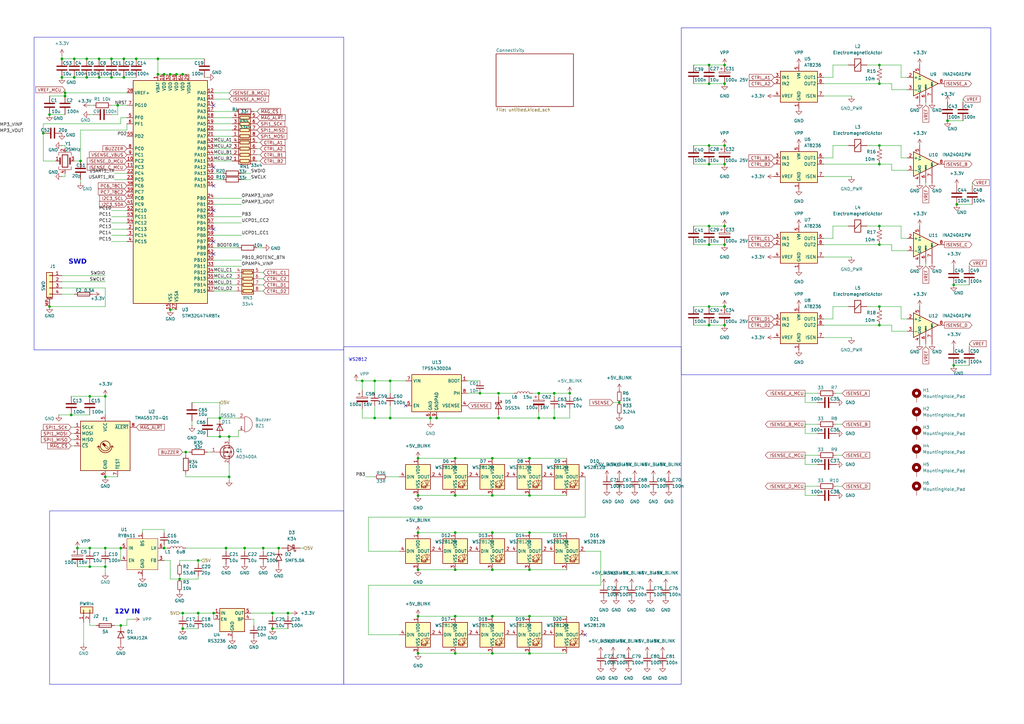
<source format=kicad_sch>
(kicad_sch (version 20250114) (generator "eeschema") (generator_version "9.0")
  (paper "A3")
  (rectangle (start 140.97 142.24) (end 279.4 280.67))
  (rectangle (start 13.97 15.24) (end 140.97 143.51))
  (rectangle (start 20.32 209.55) (end 140.97 280.67))
  (rectangle (start 279.4 11.43) (end 406.4 153.67))
  (text "12V IN" (at 46.99 252.73 0) (effects (font (size 2 2) (thickness 0.4) (bold yes)) (justify left bottom)))
  (text "SWD" (at 35.56 109.22 0) (effects (font (size 2 2) (thickness 0.4) (bold yes)) (justify right bottom)))
  (text "WS2812\n" (at 146.812 147.574 0) (effects (font (size 1.27 1.27))))
  (junction (at 26.67 39.37))
  (junction (at 93.98 195.58))
  (junction (at 45.72 31.75))
  (junction (at 297.18 100.33))
  (junction (at 360.68 67.31))
  (junction (at 254 165.1))
  (junction (at 25.4 31.75))
  (junction (at 73.66 237.49))
  (junction (at 297.18 67.31))
  (junction (at 176.53 171.45))
  (junction (at 43.18 195.58))
  (junction (at 290.83 125.73))
  (junction (at 81.28 229.87))
  (junction (at 201.93 252.73))
  (junction (at 290.83 92.71))
  (junction (at 290.83 34.29))
  (junction (at 92.71 224.79))
  (junction (at 360.68 133.35))
  (junction (at 297.18 133.35))
  (junction (at 360.68 100.33))
  (junction (at 67.31 30.48))
  (junction (at 43.18 162.56))
  (junction (at 204.47 161.29))
  (junction (at 69.85 127))
  (junction (at 69.85 30.48))
  (junction (at 64.77 30.48))
  (junction (at 186.69 252.73))
  (junction (at 67.31 224.79))
  (junction (at 48.26 43.18))
  (junction (at 160.02 171.45))
  (junction (at 114.3 224.79))
  (junction (at 107.95 224.79))
  (junction (at 290.83 133.35))
  (junction (at 186.69 267.97))
  (junction (at 297.18 125.73))
  (junction (at 186.69 187.96))
  (junction (at 100.33 224.79))
  (junction (at 43.18 232.41))
  (junction (at 204.47 171.45))
  (junction (at 26.67 38.1))
  (junction (at 64.77 24.13))
  (junction (at 31.75 224.79))
  (junction (at 391.16 149.86))
  (junction (at 171.45 252.73))
  (junction (at 153.67 171.45))
  (junction (at 217.17 187.96))
  (junction (at 74.93 257.81))
  (junction (at 30.48 24.13))
  (junction (at 33.02 66.04))
  (junction (at 72.39 30.48))
  (junction (at 45.72 24.13))
  (junction (at 30.48 31.75))
  (junction (at 50.8 24.13))
  (junction (at 74.93 30.48))
  (junction (at 297.18 59.69))
  (junction (at 360.68 34.29))
  (junction (at 233.68 161.29))
  (junction (at 90.17 171.45))
  (junction (at 171.45 187.96))
  (junction (at 81.28 251.46))
  (junction (at 217.17 218.44))
  (junction (at 227.33 161.29))
  (junction (at 118.11 251.46))
  (junction (at 171.45 233.68))
  (junction (at 36.83 224.79))
  (junction (at 153.67 156.21))
  (junction (at 76.2 185.42))
  (junction (at 74.93 251.46))
  (junction (at 360.68 59.69))
  (junction (at 388.62 49.53))
  (junction (at 186.69 218.44))
  (junction (at 360.68 92.71))
  (junction (at 40.64 31.75))
  (junction (at 35.56 31.75))
  (junction (at 43.18 224.79))
  (junction (at 297.18 26.67))
  (junction (at 20.32 125.73))
  (junction (at 297.18 92.71))
  (junction (at 87.63 251.46))
  (junction (at 186.69 233.68))
  (junction (at 392.43 83.82))
  (junction (at 391.16 116.84))
  (junction (at 201.93 233.68))
  (junction (at 17.78 54.61))
  (junction (at 90.17 179.07))
  (junction (at 201.93 187.96))
  (junction (at 360.68 125.73))
  (junction (at 29.21 170.18))
  (junction (at 217.17 203.2))
  (junction (at 40.64 24.13))
  (junction (at 290.83 26.67))
  (junction (at 217.17 267.97))
  (junction (at 50.8 31.75))
  (junction (at 25.4 24.13))
  (junction (at 201.93 267.97))
  (junction (at 36.83 232.41))
  (junction (at 171.45 218.44))
  (junction (at 160.02 156.21))
  (junction (at 201.93 203.2))
  (junction (at 227.33 171.45))
  (junction (at 179.07 171.45))
  (junction (at 196.85 161.29))
  (junction (at 35.56 24.13))
  (junction (at 290.83 59.69))
  (junction (at 49.53 256.54))
  (junction (at 297.18 34.29))
  (junction (at 36.83 162.56))
  (junction (at 111.76 251.46))
  (junction (at 49.53 224.79))
  (junction (at 20.32 46.99))
  (junction (at 171.45 267.97))
  (junction (at 217.17 252.73))
  (junction (at 111.76 257.81))
  (junction (at 360.68 26.67))
  (junction (at 217.17 233.68))
  (junction (at 290.83 100.33))
  (junction (at 220.98 171.45))
  (junction (at 93.98 179.07))
  (junction (at 55.88 24.13))
  (junction (at 290.83 67.31))
  (junction (at 148.59 156.21))
  (junction (at 220.98 161.29))
  (junction (at 171.45 203.2))
  (junction (at 201.93 218.44))
  (junction (at 186.69 203.2))
  (no_connect (at 87.63 43.18))
  (no_connect (at 166.37 166.37))
  (no_connect (at 87.63 93.98))
  (no_connect (at 240.03 260.35))
  (no_connect (at 87.63 76.2))
  (no_connect (at 87.63 99.06))
  (no_connect (at 87.63 68.58))
  (no_connect (at 87.63 86.36))
  (no_connect (at 87.63 104.14))
  (wire (pts (xy 43.18 113.03) (xy 25.4 113.03)))
  (wire (pts (xy 391.16 116.84) (xy 397.51 116.84)))
  (wire (pts (xy 69.85 127) (xy 72.39 127)))
  (wire (pts (xy 240.03 212.09) (xy 151.13 212.09)))
  (wire (pts (xy 290.83 92.71) (xy 297.18 92.71)))
  (wire (pts (xy 49.53 48.26) (xy 49.53 50.8)))
  (wire (pts (xy 76.2 195.58) (xy 76.2 194.31)))
  (wire (pts (xy 93.98 196.85) (xy 93.98 195.58)))
  (wire (pts (xy 73.66 237.49) (xy 73.66 236.22)))
  (wire (pts (xy 153.67 156.21) (xy 160.02 156.21)))
  (wire (pts (xy 335.28 177.8) (xy 330.2 177.8)))
  (wire (pts (xy 365.76 133.35) (xy 360.68 133.35)))
  (wire (pts (xy 365.76 36.83) (xy 365.76 34.29)))
  (wire (pts (xy 330.2 190.5) (xy 330.2 186.69)))
  (wire (pts (xy 369.57 130.81) (xy 372.11 130.81)))
  (wire (pts (xy 67.31 224.79) (xy 67.31 223.52)))
  (wire (pts (xy 102.87 254) (xy 104.14 254)))
  (wire (pts (xy 341.63 31.75) (xy 337.82 31.75)))
  (wire (pts (xy 85.09 171.45) (xy 90.17 171.45)))
  (wire (pts (xy 171.45 203.2) (xy 186.69 203.2)))
  (wire (pts (xy 345.44 161.29) (xy 342.9 161.29)))
  (wire (pts (xy 151.13 212.09) (xy 151.13 226.06)))
  (wire (pts (xy 85.09 179.07) (xy 90.17 179.07)))
  (wire (pts (xy 43.18 195.58) (xy 48.26 195.58)))
  (wire (pts (xy 91.44 73.66) (xy 87.63 73.66)))
  (wire (pts (xy 99.06 96.52) (xy 87.63 96.52)))
  (wire (pts (xy 372.11 36.83) (xy 365.76 36.83)))
  (wire (pts (xy 20.32 39.37) (xy 26.67 39.37)))
  (wire (pts (xy 369.57 64.77) (xy 372.11 64.77)))
  (wire (pts (xy 74.93 252.73) (xy 74.93 251.46)))
  (wire (pts (xy 151.13 260.35) (xy 163.83 260.35)))
  (wire (pts (xy 369.57 59.69) (xy 360.68 59.69)))
  (wire (pts (xy 284.48 26.67) (xy 290.83 26.67)))
  (wire (pts (xy 365.76 102.87) (xy 365.76 100.33)))
  (wire (pts (xy 118.11 251.46) (xy 119.38 251.46)))
  (wire (pts (xy 372.11 69.85) (xy 365.76 69.85)))
  (wire (pts (xy 45.72 24.13) (xy 50.8 24.13)))
  (wire (pts (xy 365.76 100.33) (xy 360.68 100.33)))
  (wire (pts (xy 217.17 267.97) (xy 232.41 267.97)))
  (wire (pts (xy 87.63 50.8) (xy 95.25 50.8)))
  (wire (pts (xy 365.76 69.85) (xy 365.76 67.31)))
  (wire (pts (xy 106.68 66.04) (xy 105.41 66.04)))
  (wire (pts (xy 204.47 171.45) (xy 220.98 171.45)))
  (wire (pts (xy 29.21 180.34) (xy 30.48 180.34)))
  (wire (pts (xy 337.82 72.39) (xy 349.25 72.39)))
  (wire (pts (xy 25.4 120.65) (xy 30.48 120.65)))
  (wire (pts (xy 87.63 101.6) (xy 97.79 101.6)))
  (wire (pts (xy 204.47 162.56) (xy 204.47 161.29)))
  (wire (pts (xy 379.73 76.2) (xy 379.73 74.93)))
  (wire (pts (xy 73.66 229.87) (xy 73.66 231.14)))
  (wire (pts (xy 335.28 203.2) (xy 330.2 203.2)))
  (wire (pts (xy 93.98 179.07) (xy 93.98 180.34)))
  (wire (pts (xy 284.48 59.69) (xy 290.83 59.69)))
  (wire (pts (xy 45.72 46.99) (xy 48.26 46.99)))
  (wire (pts (xy 290.83 133.35) (xy 297.18 133.35)))
  (wire (pts (xy 369.57 64.77) (xy 369.57 59.69)))
  (wire (pts (xy 26.67 59.69) (xy 26.67 60.96)))
  (wire (pts (xy 341.63 130.81) (xy 337.82 130.81)))
  (wire (pts (xy 123.19 224.79) (xy 124.46 224.79)))
  (wire (pts (xy 72.39 30.48) (xy 74.93 30.48)))
  (wire (pts (xy 347.98 59.69) (xy 341.63 59.69)))
  (wire (pts (xy 96.52 111.76) (xy 87.63 111.76)))
  (wire (pts (xy 233.68 171.45) (xy 233.68 167.64)))
  (wire (pts (xy 81.28 251.46) (xy 81.28 252.73)))
  (wire (pts (xy 69.85 237.49) (xy 73.66 237.49)))
  (wire (pts (xy 107.95 224.79) (xy 107.95 226.06)))
  (wire (pts (xy 379.73 109.22) (xy 379.73 107.95)))
  (wire (pts (xy 341.63 92.71) (xy 341.63 97.79)))
  (wire (pts (xy 45.72 31.75) (xy 50.8 31.75)))
  (wire (pts (xy 330.2 199.39) (xy 335.28 199.39)))
  (wire (pts (xy 217.17 218.44) (xy 232.41 218.44)))
  (wire (pts (xy 46.99 71.12) (xy 52.07 71.12)))
  (wire (pts (xy 25.4 24.13) (xy 30.48 24.13)))
  (wire (pts (xy 186.69 218.44) (xy 201.93 218.44)))
  (wire (pts (xy 106.68 58.42) (xy 105.41 58.42)))
  (wire (pts (xy 388.62 49.53) (xy 394.97 49.53)))
  (wire (pts (xy 95.25 60.96) (xy 87.63 60.96)))
  (wire (pts (xy 67.31 217.17) (xy 67.31 218.44)))
  (wire (pts (xy 67.31 224.79) (xy 68.58 224.79)))
  (wire (pts (xy 347.98 125.73) (xy 341.63 125.73)))
  (wire (pts (xy 43.18 162.56) (xy 43.18 170.18)))
  (wire (pts (xy 218.44 161.29) (xy 220.98 161.29)))
  (wire (pts (xy 43.18 234.95) (xy 43.18 232.41)))
  (wire (pts (xy 81.28 237.49) (xy 73.66 237.49)))
  (wire (pts (xy 29.21 175.26) (xy 30.48 175.26)))
  (wire (pts (xy 186.69 267.97) (xy 201.93 267.97)))
  (wire (pts (xy 290.83 59.69) (xy 297.18 59.69)))
  (wire (pts (xy 35.56 24.13) (xy 40.64 24.13)))
  (wire (pts (xy 92.71 224.79) (xy 92.71 226.06)))
  (wire (pts (xy 111.76 251.46) (xy 118.11 251.46)))
  (wire (pts (xy 290.83 26.67) (xy 297.18 26.67)))
  (wire (pts (xy 20.32 46.99) (xy 26.67 46.99)))
  (wire (pts (xy 35.56 31.75) (xy 40.64 31.75)))
  (wire (pts (xy 337.82 34.29) (xy 360.68 34.29)))
  (wire (pts (xy 50.8 24.13) (xy 55.88 24.13)))
  (wire (pts (xy 36.83 256.54) (xy 36.83 255.27)))
  (wire (pts (xy 397.51 107.95) (xy 397.51 109.22)))
  (wire (pts (xy 330.2 173.99) (xy 335.28 173.99)))
  (wire (pts (xy 99.06 88.9) (xy 87.63 88.9)))
  (wire (pts (xy 337.82 100.33) (xy 360.68 100.33)))
  (wire (pts (xy 83.82 31.75) (xy 85.09 31.75)))
  (wire (pts (xy 220.98 171.45) (xy 227.33 171.45)))
  (wire (pts (xy 36.83 224.79) (xy 36.83 226.06)))
  (wire (pts (xy 73.66 251.46) (xy 74.93 251.46)))
  (wire (pts (xy 290.83 100.33) (xy 297.18 100.33)))
  (wire (pts (xy 85.09 185.42) (xy 86.36 185.42)))
  (wire (pts (xy 45.72 43.18) (xy 48.26 43.18)))
  (wire (pts (xy 171.45 187.96) (xy 186.69 187.96)))
  (wire (pts (xy 40.64 31.75) (xy 45.72 31.75)))
  (wire (pts (xy 45.72 96.52) (xy 52.07 96.52)))
  (wire (pts (xy 369.57 31.75) (xy 372.11 31.75)))
  (wire (pts (xy 25.4 31.75) (xy 30.48 31.75)))
  (wire (pts (xy 365.76 135.89) (xy 365.76 133.35)))
  (wire (pts (xy 107.95 224.79) (xy 114.3 224.79)))
  (wire (pts (xy 52.07 48.26) (xy 49.53 48.26)))
  (wire (pts (xy 67.31 30.48) (xy 69.85 30.48)))
  (wire (pts (xy 330.2 161.29) (xy 335.28 161.29)))
  (wire (pts (xy 330.2 203.2) (xy 330.2 199.39)))
  (wire (pts (xy 87.63 48.26) (xy 95.25 48.26)))
  (wire (pts (xy 25.4 118.11) (xy 43.18 118.11)))
  (wire (pts (xy 151.13 240.03) (xy 151.13 260.35)))
  (wire (pts (xy 43.18 115.57) (xy 25.4 115.57)))
  (wire (pts (xy 153.67 166.37) (xy 153.67 171.45)))
  (wire (pts (xy 96.52 114.3) (xy 87.63 114.3)))
  (wire (pts (xy 20.32 125.73) (xy 43.18 125.73)))
  (wire (pts (xy 392.43 83.82) (xy 398.78 83.82)))
  (wire (pts (xy 100.33 224.79) (xy 100.33 226.06)))
  (wire (pts (xy 93.98 40.64) (xy 87.63 40.64)))
  (wire (pts (xy 99.06 71.12) (xy 102.87 71.12)))
  (wire (pts (xy 148.59 160.02) (xy 148.59 156.21)))
  (wire (pts (xy 30.48 66.04) (xy 33.02 66.04)))
  (wire (pts (xy 29.21 177.8) (xy 30.48 177.8)))
  (wire (pts (xy 284.48 34.29) (xy 290.83 34.29)))
  (wire (pts (xy 26.67 72.39) (xy 25.4 72.39)))
  (wire (pts (xy 36.83 162.56) (xy 43.18 162.56)))
  (wire (pts (xy 290.83 34.29) (xy 297.18 34.29)))
  (wire (pts (xy 87.63 55.88) (xy 95.25 55.88)))
  (wire (pts (xy 30.48 24.13) (xy 35.56 24.13)))
  (wire (pts (xy 76.2 195.58) (xy 93.98 195.58)))
  (wire (pts (xy 106.68 60.96) (xy 105.41 60.96)))
  (wire (pts (xy 24.13 170.18) (xy 29.21 170.18)))
  (wire (pts (xy 284.48 67.31) (xy 290.83 67.31)))
  (wire (pts (xy 48.26 46.99) (xy 48.26 43.18)))
  (wire (pts (xy 17.78 54.61) (xy 17.78 66.04)))
  (wire (pts (xy 107.95 114.3) (xy 106.68 114.3)))
  (wire (pts (xy 93.98 190.5) (xy 93.98 195.58)))
  (wire (pts (xy 102.87 251.46) (xy 111.76 251.46)))
  (wire (pts (xy 347.98 26.67) (xy 341.63 26.67)))
  (wire (pts (xy 335.28 165.1) (xy 330.2 165.1)))
  (wire (pts (xy 87.63 53.34) (xy 95.25 53.34)))
  (wire (pts (xy 171.45 218.44) (xy 186.69 218.44)))
  (wire (pts (xy 78.74 165.1) (xy 90.17 165.1)))
  (wire (pts (xy 171.45 252.73) (xy 186.69 252.73)))
  (wire (pts (xy 81.28 229.87) (xy 81.28 231.14)))
  (wire (pts (xy 201.93 233.68) (xy 217.17 233.68)))
  (wire (pts (xy 210.82 161.29) (xy 204.47 161.29)))
  (wire (pts (xy 52.07 254) (xy 52.07 256.54)))
  (wire (pts (xy 111.76 257.81) (xy 118.11 257.81)))
  (wire (pts (xy 360.68 92.71) (xy 355.6 92.71)))
  (wire (pts (xy 186.69 252.73) (xy 201.93 252.73)))
  (wire (pts (xy 87.63 71.12) (xy 91.44 71.12)))
  (wire (pts (xy 220.98 161.29) (xy 227.33 161.29)))
  (wire (pts (xy 369.57 26.67) (xy 360.68 26.67)))
  (wire (pts (xy 45.72 93.98) (xy 52.07 93.98)))
  (wire (pts (xy 45.72 88.9) (xy 52.07 88.9)))
  (wire (pts (xy -12.7 54.61) (xy -3.81 54.61)))
  (wire (pts (xy 36.83 232.41) (xy 43.18 232.41)))
  (wire (pts (xy 25.4 22.86) (xy 25.4 24.13)))
  (wire (pts (xy 26.67 38.1) (xy 26.67 39.37)))
  (wire (pts (xy 337.82 133.35) (xy 360.68 133.35)))
  (wire (pts (xy 153.67 156.21) (xy 153.67 161.29)))
  (wire (pts (xy 369.57 97.79) (xy 372.11 97.79)))
  (wire (pts (xy 99.06 91.44) (xy 87.63 91.44)))
  (wire (pts (xy 26.67 36.83) (xy 26.67 38.1)))
  (wire (pts (xy 171.45 233.68) (xy 186.69 233.68)))
  (wire (pts (xy 102.87 73.66) (xy 99.06 73.66)))
  (wire (pts (xy 160.02 166.37) (xy 160.02 171.45)))
  (wire (pts (xy 33.02 53.34) (xy 52.07 53.34)))
  (wire (pts (xy 341.63 64.77) (xy 337.82 64.77)))
  (wire (pts (xy 43.18 118.11) (xy 43.18 125.73)))
  (wire (pts (xy 341.63 26.67) (xy 341.63 31.75)))
  (wire (pts (xy 45.72 86.36) (xy 52.07 86.36)))
  (wire (pts (xy 29.21 182.88) (xy 30.48 182.88)))
  (wire (pts (xy 233.68 161.29) (xy 233.68 162.56)))
  (wire (pts (xy 69.85 229.87) (xy 69.85 237.49)))
  (wire (pts (xy 29.21 170.18) (xy 36.83 170.18)))
  (wire (pts (xy 201.93 252.73) (xy 217.17 252.73)))
  (wire (pts (xy 179.07 171.45) (xy 204.47 171.45)))
  (wire (pts (xy 36.83 43.18) (xy 38.1 43.18)))
  (wire (pts (xy 347.98 92.71) (xy 341.63 92.71)))
  (wire (pts (xy 48.26 43.18) (xy 52.07 43.18)))
  (wire (pts (xy 240.03 195.58) (xy 240.03 212.09)))
  (wire (pts (xy 196.85 161.29) (xy 191.77 161.29)))
  (wire (pts (xy 330.2 186.69) (xy 335.28 186.69)))
  (wire (pts (xy 64.77 24.13) (xy 64.77 30.48)))
  (wire (pts (xy 69.85 30.48) (xy 72.39 30.48)))
  (wire (pts (xy 52.07 256.54) (xy 49.53 256.54)))
  (wire (pts (xy 87.63 81.28) (xy 99.06 81.28)))
  (wire (pts (xy 290.83 67.31) (xy 297.18 67.31)))
  (wire (pts (xy 67.31 229.87) (xy 69.85 229.87)))
  (wire (pts (xy 36.83 256.54) (xy 39.37 256.54)))
  (wire (pts (xy 217.17 187.96) (xy 232.41 187.96)))
  (wire (pts (xy 204.47 161.29) (xy 196.85 161.29)))
  (wire (pts (xy 118.11 251.46) (xy 118.11 252.73)))
  (wire (pts (xy 284.48 125.73) (xy 290.83 125.73)))
  (wire (pts (xy 284.48 100.33) (xy 290.83 100.33)))
  (wire (pts (xy 201.93 218.44) (xy 217.17 218.44)))
  (wire (pts (xy 341.63 97.79) (xy 337.82 97.79)))
  (wire (pts (xy 337.82 67.31) (xy 360.68 67.31)))
  (wire (pts (xy 246.38 226.06) (xy 246.38 240.03)))
  (wire (pts (xy 369.57 31.75) (xy 369.57 26.67)))
  (wire (pts (xy 284.48 133.35) (xy 290.83 133.35)))
  (wire (pts (xy 284.48 92.71) (xy 290.83 92.71)))
  (wire (pts (xy 78.74 172.72) (xy 78.74 174.498)))
  (wire (pts (xy 81.28 229.87) (xy 73.66 229.87)))
  (wire (pts (xy 365.76 34.29) (xy 360.68 34.29)))
  (wire (pts (xy 40.64 24.13) (xy 45.72 24.13)))
  (wire (pts (xy 43.18 224.79) (xy 49.53 224.79)))
  (wire (pts (xy 46.99 256.54) (xy 49.53 256.54)))
  (wire (pts (xy 107.95 119.38) (xy 106.68 119.38)))
  (wire (pts (xy 96.52 119.38) (xy 87.63 119.38)))
  (wire (pts (xy 26.67 59.69) (xy 25.4 59.69)))
  (wire (pts (xy 36.83 224.79) (xy 31.75 224.79)))
  (wire (pts (xy 82.55 229.87) (xy 81.28 229.87)))
  (wire (pts (xy 26.67 72.39) (xy 26.67 71.12)))
  (wire (pts (xy 341.63 125.73) (xy 341.63 130.81)))
  (wire (pts (xy 398.78 74.93) (xy 398.78 76.2)))
  (wire (pts (xy 74.93 257.81) (xy 81.28 257.81)))
  (wire (pts (xy 391.16 149.86) (xy 397.51 149.86)))
  (wire (pts (xy 107.95 116.84) (xy 106.68 116.84)))
  (wire (pts (xy 365.76 67.31) (xy 360.68 67.31)))
  (wire (pts (xy 227.33 171.45) (xy 227.33 167.64)))
  (wire (pts (xy 372.11 102.87) (xy 365.76 102.87)))
  (wire (pts (xy 34.29 255.27) (xy 34.29 264.16)))
  (wire (pts (xy 81.28 236.22) (xy 81.28 237.49)))
  (wire (pts (xy 90.17 179.07) (xy 93.98 179.07)))
  (wire (pts (xy 345.44 173.99) (xy 342.9 173.99)))
  (wire (pts (xy 30.48 31.75) (xy 35.56 31.75)))
  (wire (pts (xy 148.59 171.45) (xy 153.67 171.45)))
  (wire (pts (xy 81.28 251.46) (xy 87.63 251.46)))
  (wire (pts (xy 87.63 83.82) (xy 99.06 83.82)))
  (wire (pts (xy 64.77 24.13) (xy 83.82 24.13)))
  (wire (pts (xy 43.18 224.79) (xy 43.18 226.06)))
  (wire (pts (xy 43.18 232.41) (xy 43.18 231.14)))
  (wire (pts (xy 96.52 45.72) (xy 87.63 45.72)))
  (wire (pts (xy 201.93 203.2) (xy 217.17 203.2)))
  (wire (pts (xy 64.77 30.48) (xy 67.31 30.48)))
  (wire (pts (xy 36.83 232.41) (xy 36.83 231.14)))
  (wire (pts (xy 151.13 226.06) (xy 163.83 226.06)))
  (wire (pts (xy 337.82 39.37) (xy 349.25 39.37)))
  (wire (pts (xy 45.72 99.06) (xy 52.07 99.06)))
  (wire (pts (xy 227.33 171.45) (xy 233.68 171.45)))
  (wire (pts (xy 90.17 165.1) (xy 90.17 171.45)))
  (wire (pts (xy 369.57 97.79) (xy 369.57 92.71)))
  (wire (pts (xy 217.17 233.68) (xy 232.41 233.68)))
  (wire (pts (xy 52.07 53.34) (xy 52.07 50.8)))
  (wire (pts (xy -3.81 52.07) (xy -12.7 52.07)))
  (wire (pts (xy 17.78 50.8) (xy 17.78 54.61)))
  (wire (pts (xy 33.02 73.66) (xy 33.02 74.93)))
  (wire (pts (xy 36.83 46.99) (xy 38.1 46.99)))
  (wire (pts (xy 246.38 240.03) (xy 151.13 240.03)))
  (wire (pts (xy 196.85 156.21) (xy 191.77 156.21)))
  (wire (pts (xy 171.45 267.97) (xy 186.69 267.97)))
  (wire (pts (xy 87.63 106.68) (xy 99.06 106.68)))
  (wire (pts (xy 345.44 186.69) (xy 342.9 186.69)))
  (wire (pts (xy 92.71 224.79) (xy 100.33 224.79)))
  (wire (pts (xy 160.02 156.21) (xy 166.37 156.21)))
  (wire (pts (xy 379.73 142.24) (xy 379.73 140.97)))
  (wire (pts (xy 74.93 251.46) (xy 81.28 251.46)))
  (wire (pts (xy 46.99 73.66) (xy 52.07 73.66)))
  (wire (pts (xy 99.06 109.22) (xy 87.63 109.22)))
  (wire (pts (xy 36.83 224.79) (xy 43.18 224.79)))
  (wire (pts (xy 76.2 224.79) (xy 92.71 224.79)))
  (wire (pts (xy 87.63 38.1) (xy 93.98 38.1)))
  (wire (pts (xy 52.07 254) (xy 54.61 254)))
  (wire (pts (xy 254 165.1) (xy 251.46 165.1)))
  (wire (pts (xy 97.79 179.07) (xy 93.98 179.07)))
  (wire (pts (xy 372.11 135.89) (xy 365.76 135.89)))
  (wire (pts (xy 50.8 31.75) (xy 55.88 31.75)))
  (wire (pts (xy 201.93 267.97) (xy 217.17 267.97)))
  (wire (pts (xy 90.17 171.45) (xy 97.79 171.45)))
  (wire (pts (xy 360.68 59.69) (xy 355.6 59.69)))
  (wire (pts (xy 394.97 40.64) (xy 394.97 41.91)))
  (wire (pts (xy 111.76 251.46) (xy 111.76 252.73)))
  (wire (pts (xy 104.14 45.72) (xy 105.41 45.72)))
  (wire (pts (xy 360.68 125.73) (xy 355.6 125.73)))
  (wire (pts (xy 22.86 66.04) (xy 17.78 66.04)))
  (wire (pts (xy 146.05 156.21) (xy 148.59 156.21)))
  (wire (pts (xy 330.2 177.8) (xy 330.2 173.99)))
  (wire (pts (xy 107.95 101.6) (xy 105.41 101.6)))
  (wire (pts (xy 74.93 30.48) (xy 77.47 30.48)))
  (wire (pts (xy 148.59 156.21) (xy 153.67 156.21)))
  (wire (pts (xy 397.51 140.97) (xy 397.51 142.24)))
  (wire (pts (xy 369.57 125.73) (xy 360.68 125.73)))
  (wire (pts (xy 74.93 185.42) (xy 76.2 185.42)))
  (wire (pts (xy 114.3 224.79) (xy 115.57 224.79)))
  (wire (pts (xy 107.95 111.76) (xy 106.68 111.76)))
  (wire (pts (xy 330.2 165.1) (xy 330.2 161.29)))
  (wire (pts (xy 227.33 161.29) (xy 233.68 161.29)))
  (wire (pts (xy 201.93 187.96) (xy 217.17 187.96)))
  (wire (pts (xy 227.33 161.29) (xy 227.33 162.56)))
  (wire (pts (xy 104.14 254) (xy 104.14 256.54)))
  (wire (pts (xy 217.17 252.73) (xy 232.41 252.73)))
  (wire (pts (xy 158.75 195.58) (xy 163.83 195.58)))
  (wire (pts (xy 240.03 226.06) (xy 246.38 226.06)))
  (wire (pts (xy 76.2 186.69) (xy 76.2 185.42)))
  (wire (pts (xy 337.82 105.41) (xy 349.25 105.41)))
  (wire (pts (xy 186.69 203.2) (xy 201.93 203.2)))
  (wire (pts (xy 31.75 232.41) (xy 36.83 232.41)))
  (wire (pts (xy 345.44 199.39) (xy 342.9 199.39)))
  (wire (pts (xy 17.78 50.8) (xy 49.53 50.8)))
  (wire (pts (xy 341.63 59.69) (xy 341.63 64.77)))
  (wire (pts (xy 204.47 171.45) (xy 204.47 170.18)))
  (wire (pts (xy 379.73 43.18) (xy 379.73 41.91)))
  (wire (pts (xy 186.69 187.96) (xy 201.93 187.96)))
  (wire (pts (xy 153.67 195.58) (xy 149.86 195.58)))
  (wire (pts (xy 176.53 171.45) (xy 160.02 171.45)))
  (wire (pts (xy 95.25 66.04) (xy 87.63 66.04)))
  (wire (pts (xy 100.33 224.79) (xy 107.95 224.79)))
  (wire (pts (xy 77.47 185.42) (xy 76.2 185.42)))
  (wire (pts (xy 369.57 92.71) (xy 360.68 92.71)))
  (wire (pts (xy 58.42 217.17) (xy 67.31 217.17)))
  (wire (pts (xy 176.53 172.72) (xy 176.53 171.45)))
  (wire (pts (xy 160.02 156.21) (xy 160.02 161.29)))
  (wire (pts (xy 96.52 116.84) (xy 87.63 116.84)))
  (wire (pts (xy 186.69 233.68) (xy 201.93 233.68)))
  (wire (pts (xy 45.72 91.44) (xy 52.07 91.44)))
  (wire (pts (xy 106.68 63.5) (xy 105.41 63.5)))
  (wire (pts (xy 95.25 58.42) (xy 87.63 58.42)))
  (wire (pts (xy 153.67 171.45) (xy 160.02 171.45)))
  (wire (pts (xy 29.21 162.56) (xy 36.83 162.56)))
  (wire (pts (xy 58.42 218.44) (xy 58.42 217.17)))
  (wire (pts (xy 148.59 171.45) (xy 148.59 167.64)))
  (wire (pts (xy 335.28 190.5) (xy 330.2 190.5)))
  (wire (pts (xy 360.68 26.67) (xy 355.6 26.67)))
  (wire (pts (xy 55.88 24.13) (xy 64.77 24.13)))
  (wire (pts (xy 87.63 251.46) (xy 87.63 254)))
  (wire (pts (xy 369.57 130.81) (xy 369.57 125.73)))
  (wire (pts (xy 49.53 224.79) (xy 49.53 229.87)))
  (wire (pts (xy 217.17 203.2) (xy 232.41 203.2)))
  (wire (pts (xy 290.83 125.73) (xy 297.18 125.73)))
  (wire (pts (xy 220.98 171.45) (xy 220.98 168.91)))
  (wire (pts (xy 33.02 53.34) (xy 33.02 66.04)))
  (wire (pts (xy 337.82 138.43) (xy 349.25 138.43)))
  (wire (pts (xy 176.53 171.45) (xy 179.07 171.45)))
  (wire (pts (xy 26.67 38.1) (xy 52.07 38.1)))
  (wire (pts (xy 97.79 176.53) (xy 97.79 179.07)))
  (wire (pts (xy 87.63 63.5) (xy 95.25 63.5)))
  (label "MCU_C2" (at 87.63 114.3 0))
  (label "PC14" (at 45.72 96.52 180))
  (label "USART1_TX" (at 46.99 71.12 180))
  (label "OPAMP3_VOUT" (at 99.06 83.82 0))
  (label "SWDIO" (at 102.87 71.12 0))
  (label "PC13" (at 45.72 93.98 180))
  (label "PC11" (at 45.72 88.9 180))
  (label "MCU_C1" (at 87.63 111.76 0))
  (label "OPAMP3_VINP" (at -3.81 52.07 0))
  (label "MCU_A1" (at 87.63 58.42 0))
  (label "PC15" (at 45.72 99.06 180))
  (label "PC10" (at 45.72 86.36 180))
  (label "PD2" (at 52.07 55.88 180))
  (label "SWCLK" (at 102.87 73.66 0))
  (label "MCU_D2" (at 87.63 119.38 0))
  (label "PC12" (at 45.72 91.44 180))
  (label "PB10_ROTENC_BTN" (at 99.06 106.68 0))
  (label "MCU_B2" (at 87.63 66.04 0))
  (label "SWDIO" (at 43.18 113.03 180))
  (label "OPAMP3_VOUT" (at -3.81 54.61 0))
  (label "USART1_RX" (at 46.99 73.66 180))
  (label "MCU_B1" (at 87.63 63.5 0))
  (label "OPAMP4_VINP" (at 99.06 109.22 0))
  (label "MCU_A2" (at 87.63 60.96 0))
  (label "PB3" (at 99.06 88.9 0))
  (label "NRST" (at 52.07 43.18 180))
  (label "UCPD1_CC1" (at 99.06 96.52 0))
  (label "SWCLK" (at 43.18 115.57 180))
  (label "PB3" (at 149.86 195.58 180))
  (label "MCU_D1" (at 87.63 116.84 0))
  (label "UCPD1_CC2" (at 99.06 91.44 0))
  (label "OPAMP3_VINP" (at 99.06 81.28 0))
  (label "BOOT0" (at 88.9 101.6 0))
  (global_label "CTRL_A2" (shape input) (at 317.5 34.29 180) (property "Intersheetrefs" "${INTERSHEET_REFS}" (effects (hide yes))))
  (global_label "CTRL_A2" (shape input) (at 106.68 60.96 0) (property "Intersheetrefs" "${INTERSHEET_REFS}" (effects (hide yes))))
  (global_label "CTRL_D2" (shape input) (at 107.95 119.38 0) (property "Intersheetrefs" "${INTERSHEET_REFS}" (effects (hide yes))))
  (global_label "ISENSE_B_MCU" (shape input) (at 93.98 38.1 0) (property "Intersheetrefs" "${INTERSHEET_REFS}" (effects (hide yes))))
  (global_label "PC6_T8C1" (shape input) (at 52.07 76.2 180) (property "Intersheetrefs" "${INTERSHEET_REFS}" (effects (hide yes))))
  (global_label "ISENSE_A" (shape output) (at 387.35 34.29 0) (property "Intersheetrefs" "${INTERSHEET_REFS}" (effects (hide yes))))
  (global_label "CTRL_C1" (shape input) (at 107.95 111.76 0) (property "Intersheetrefs" "${INTERSHEET_REFS}" (effects (hide yes))))
  (global_label "BUZZER" (shape input) (at 74.93 185.42 180) (property "Intersheetrefs" "${INTERSHEET_REFS}" (effects (hide yes))))
  (global_label "SPI1_SCK" (shape input) (at 105.41 50.8 0) (property "Intersheetrefs" "${INTERSHEET_REFS}" (effects (hide yes))))
  (global_label "SPI1_MOSI" (shape input) (at 29.21 177.8 180) (property "Intersheetrefs" "${INTERSHEET_REFS}" (effects (hide yes))))
  (global_label "VREF" (shape input) (at 397.51 140.97 0) (property "Intersheetrefs" "${INTERSHEET_REFS}" (effects (hide yes))))
  (global_label "VREF" (shape input) (at -12.7 54.61 180) (property "Intersheetrefs" "${INTERSHEET_REFS}" (effects (hide yes))))
  (global_label "CTRL_D1" (shape input) (at 107.95 116.84 0) (property "Intersheetrefs" "${INTERSHEET_REFS}" (effects (hide yes))))
  (global_label "VREF" (shape input) (at 379.73 109.22 270) (property "Intersheetrefs" "${INTERSHEET_REFS}" (effects (hide yes))))
  (global_label "~{MAG_CS}" (shape input) (at 105.41 45.72 0) (property "Intersheetrefs" "${INTERSHEET_REFS}" (effects (hide yes))))
  (global_label "ISENSE_D_MCU" (shape input) (at 52.07 66.04 180) (property "Intersheetrefs" "${INTERSHEET_REFS}" (effects (hide yes))))
  (global_label "ISENSE_B_MCU" (shape output) (at 330.2 173.99 180) (property "Intersheetrefs" "${INTERSHEET_REFS}" (effects (hide yes))))
  (global_label "CTRL_C2" (shape input) (at 107.95 114.3 0) (property "Intersheetrefs" "${INTERSHEET_REFS}" (effects (hide yes))))
  (global_label "ISENSE_C_MCU" (shape output) (at 330.2 186.69 180) (property "Intersheetrefs" "${INTERSHEET_REFS}" (effects (hide yes))))
  (global_label "SPI1_MISO" (shape input) (at 105.41 53.34 0) (property "Intersheetrefs" "${INTERSHEET_REFS}" (effects (hide yes))))
  (global_label "VREF" (shape input) (at 397.51 107.95 0) (property "Intersheetrefs" "${INTERSHEET_REFS}" (effects (hide yes))))
  (global_label "SPI1_MISO" (shape input) (at 29.21 180.34 180) (property "Intersheetrefs" "${INTERSHEET_REFS}" (effects (hide yes))))
  (global_label "VREF" (shape input) (at 394.97 40.64 0) (property "Intersheetrefs" "${INTERSHEET_REFS}" (effects (hide yes))))
  (global_label "ISENSE_A_MCU" (shape output) (at 330.2 161.29 180) (property "Intersheetrefs" "${INTERSHEET_REFS}" (effects (hide yes))))
  (global_label "VREF" (shape input) (at 398.78 74.93 0) (property "Intersheetrefs" "${INTERSHEET_REFS}" (effects (hide yes))))
  (global_label "ISENSE_C" (shape output) (at 387.35 100.33 0) (property "Intersheetrefs" "${INTERSHEET_REFS}" (effects (hide yes))))
  (global_label "I2C3_SDA" (shape input) (at 52.07 83.82 180) (property "Intersheetrefs" "${INTERSHEET_REFS}" (effects (hide yes))))
  (global_label "VREF" (shape input) (at 379.73 142.24 270) (property "Intersheetrefs" "${INTERSHEET_REFS}" (effects (hide yes))))
  (global_label "ISENSE_B" (shape input) (at 345.44 173.99 0) (property "Intersheetrefs" "${INTERSHEET_REFS}" (effects (hide yes))))
  (global_label "SPI1_SCK" (shape input) (at 29.21 175.26 180) (property "Intersheetrefs" "${INTERSHEET_REFS}" (effects (hide yes))))
  (global_label "~{MAG_CS}" (shape input) (at 29.21 182.88 180) (property "Intersheetrefs" "${INTERSHEET_REFS}" (effects (hide yes))))
  (global_label "PC7_T8C2" (shape input) (at 52.07 78.74 180) (property "Intersheetrefs" "${INTERSHEET_REFS}" (effects (hide yes))))
  (global_label "VSENSE_VBUS" (shape input) (at 52.07 63.5 180) (property "Intersheetrefs" "${INTERSHEET_REFS}" (effects (hide yes))))
  (global_label "CTRL_C1" (shape input) (at 317.5 97.79 180) (property "Intersheetrefs" "${INTERSHEET_REFS}" (effects (hide yes))))
  (global_label "VSENSE" (shape input) (at 251.46 165.1 180) (property "Intersheetrefs" "${INTERSHEET_REFS}" (effects (hide yes))))
  (global_label "VREF" (shape input) (at 379.73 76.2 270) (property "Intersheetrefs" "${INTERSHEET_REFS}" (effects (hide yes))))
  (global_label "CTRL_A1" (shape input) (at 317.5 31.75 180) (property "Intersheetrefs" "${INTERSHEET_REFS}" (effects (hide yes))))
  (global_label "CTRL_D2" (shape input) (at 317.5 133.35 180) (property "Intersheetrefs" "${INTERSHEET_REFS}" (effects (hide yes))))
  (global_label "VREF" (shape input) (at 379.73 43.18 270) (property "Intersheetrefs" "${INTERSHEET_REFS}" (effects (hide yes))))
  (global_label "I2C3_SCL" (shape input) (at 52.07 81.28 180) (property "Intersheetrefs" "${INTERSHEET_REFS}" (effects (hide yes))))
  (global_label "~{MAG_ALRT}" (shape input) (at 105.41 48.26 0) (property "Intersheetrefs" "${INTERSHEET_REFS}" (effects (hide yes))))
  (global_label "CTRL_B2" (shape input) (at 317.5 67.31 180) (property "Intersheetrefs" "${INTERSHEET_REFS}" (effects (hide yes))))
  (global_label "CTRL_B1" (shape input) (at 317.5 64.77 180) (property "Intersheetrefs" "${INTERSHEET_REFS}" (effects (hide yes))))
  (global_label "VREF_MCU" (shape input) (at -12.7 52.07 180) (property "Intersheetrefs" "${INTERSHEET_REFS}" (effects (hide yes))))
  (global_label "SPI1_MOSI" (shape input) (at 105.41 55.88 0) (property "Intersheetrefs" "${INTERSHEET_REFS}" (effects (hide yes))))
  (global_label "~{MAG_ALRT}" (shape input) (at 55.88 175.26 0) (property "Intersheetrefs" "${INTERSHEET_REFS}" (effects (hide yes))))
  (global_label "CTRL_B1" (shape input) (at 106.68 63.5 0) (property "Intersheetrefs" "${INTERSHEET_REFS}" (effects (hide yes))))
  (global_label "ISENSE_C" (shape input) (at 345.44 186.69 0) (property "Intersheetrefs" "${INTERSHEET_REFS}" (effects (hide yes))))
  (global_label "ISENSE_D" (shape output) (at 387.35 133.35 0) (property "Intersheetrefs" "${INTERSHEET_REFS}" (effects (hide yes))))
  (global_label "ISENSE_C_MCU" (shape input) (at 52.07 68.58 180) (property "Intersheetrefs" "${INTERSHEET_REFS}" (effects (hide yes))))
  (global_label "CTRL_B2" (shape input) (at 106.68 66.04 0) (property "Intersheetrefs" "${INTERSHEET_REFS}" (effects (hide yes))))
  (global_label "CTRL_C2" (shape input) (at 317.5 100.33 180) (property "Intersheetrefs" "${INTERSHEET_REFS}" (effects (hide yes))))
  (global_label "VSENSE" (shape input) (at 191.77 166.37 0) (property "Intersheetrefs" "${INTERSHEET_REFS}" (effects (hide yes))))
  (global_label "ISENSE_D" (shape input) (at 345.44 199.39 0) (property "Intersheetrefs" "${INTERSHEET_REFS}" (effects (hide yes))))
  (global_label "ISENSE_A_MCU" (shape input) (at 93.98 40.64 0) (property "Intersheetrefs" "${INTERSHEET_REFS}" (effects (hide yes))))
  (global_label "BUZZER" (shape input) (at 52.07 60.96 180) (property "Intersheetrefs" "${INTERSHEET_REFS}" (effects (hide yes))))
  (global_label "ISENSE_D_MCU" (shape output) (at 330.2 199.39 180) (property "Intersheetrefs" "${INTERSHEET_REFS}" (effects (hide yes))))
  (global_label "ISENSE_A" (shape input) (at 345.44 161.29 0) (property "Intersheetrefs" "${INTERSHEET_REFS}" (effects (hide yes))))
  (global_label "VREF_MCU" (shape input) (at 26.67 36.83 180) (property "Intersheetrefs" "${INTERSHEET_REFS}" (effects (hide yes))))
  (global_label "CTRL_D1" (shape input) (at 317.5 130.81 180) (property "Intersheetrefs" "${INTERSHEET_REFS}" (effects (hide yes))))
  (global_label "ISENSE_B" (shape output) (at 387.35 67.31 0) (property "Intersheetrefs" "${INTERSHEET_REFS}" (effects (hide yes))))
  (global_label "CTRL_A1" (shape input) (at 106.68 58.42 0) (property "Intersheetrefs" "${INTERSHEET_REFS}" (effects (hide yes))))
  (hierarchical_label "5V" (shape input) (at 124.46 224.79 0))
  (hierarchical_label "5V" (shape input) (at 82.55 229.87 0))
  (hierarchical_label "5V" (shape input) (at 73.66 251.46 180))
  (hierarchical_label "5V" (shape input) (at 90.17 165.1 0))
  (symbol (lib_id "Device:ElectromagneticActor") (at 353.06 92.71 90) (unit 1)
    (property "Reference" "L4" (at 351.79 85.09 90))
    (property "Value" "ElectromagneticActor" (at 351.79 87.63 90))
    (property "Footprint" "Connector_JST:JST_PH_B2B-PH-K_1x02_P2.00mm_Vertical" (effects (hide yes)))
    (property "Description" "Electromagnetic actor" (effects (hide yes)))
  )
  (symbol (lib_id "power:GND") (at 377.19 74.93 0) (unit 1)
    (property "Reference" "#PWR062" (effects (hide yes)))
    (property "Value" "GND" (at 375.158 78.232 0))
    (property "Description" "Power symbol creates a global label with name \"GND\" , ground" (effects (hide yes)))
  )
  (symbol (lib_id "power:GND") (at 382.27 140.97 0) (mirror y) (unit 1)
    (property "Reference" "#PWR070" (effects (hide yes)))
    (property "Value" "GND" (at 384.302 144.272 0))
    (property "Description" "Power symbol creates a global label with name \"GND\" , ground" (effects (hide yes)))
  )
  (symbol (lib_id "power:+3.3V") (at 25.4 22.86 0) (unit 1)
    (property "Reference" "#PWR05" (effects (hide yes)))
    (property "Value" "+3.3V" (at 25.4 17.78 0))
    (property "Description" "Power symbol creates a global label with name \"+3.3V\"" (effects (hide yes)))
  )
  (symbol (lib_id "Device:C") (at 290.83 96.52 0) (unit 1)
    (property "Reference" "C29" (at 291.084 94.234 0) (effects (justify left)))
    (property "Value" "10u" (at 291.084 98.806 0) (effects (justify left)))
    (property "Footprint" "Capacitor_SMD:C_1206_3216Metric" (effects (hide yes)))
    (property "Description" "Unpolarized capacitor" (effects (hide yes)))
  )
  (symbol (lib_id "power:+5V") (at 266.7 240.03 0) (unit 1)
    (property "Reference" "#PWR0130" (effects (hide yes)))
    (property "Value" "+5V_BLINK" (at 266.7 234.95 0))
    (property "Description" "Power symbol creates a global label with name \"+5V\"" (effects (hide yes)))
  )
  (symbol (lib_id "Device:C") (at 397.51 146.05 0) (unit 1)
    (property "Reference" "C50" (at 397.764 144.018 0) (effects (justify left)))
    (property "Value" "100n" (at 397.764 148.336 0) (effects (justify left)))
    (property "Footprint" "Capacitor_SMD:C_0603_1608Metric" (effects (hide yes)))
    (property "Description" "Unpolarized capacitor" (effects (hide yes)))
  )
  (symbol (lib_id "power:+5V") (at 259.08 240.03 0) (unit 1)
    (property "Reference" "#PWR0128" (effects (hide yes)))
    (property "Value" "+5V_BLINK" (at 259.08 234.95 0))
    (property "Description" "Power symbol creates a global label with name \"+5V\"" (effects (hide yes)))
  )
  (symbol (lib_id "power:+5V") (at 248.92 195.58 0) (unit 1)
    (property "Reference" "#PWR0122" (effects (hide yes)))
    (property "Value" "+5V_BLINK" (at 248.92 190.5 0))
    (property "Description" "Power symbol creates a global label with name \"+5V\"" (effects (hide yes)))
  )
  (symbol (lib_id "LED:WS2812B") (at 201.93 226.06 0) (unit 1)
    (property "Reference" "D14" (at 213.36 219.6398 0))
    (property "Value" "WS2812B" (at 213.36 222.1798 0))
    (property "Footprint" "LED_SMD:LED_WS2812B_PLCC4_5.0x5.0mm_P3.2mm" (effects (hide yes)))
    (property "Datasheet" "https://cdn-shop.adafruit.com/datasheets/WS2812B.pdf" (effects (hide yes)))
    (property "Description" "RGB LED with integrated controller" (effects (hide yes)))
  )
  (symbol (lib_id "Device:C_Small") (at 100.33 228.6 0) (unit 1)
    (property "Reference" "C22" (at 101.6 227.33 0) (effects (justify left)))
    (property "Value" "10u" (at 101.6 229.87 0) (effects (justify left)))
    (property "Footprint" "Capacitor_SMD:C_1206_3216Metric" (effects (hide yes)))
  )
  (symbol (lib_id "Diode:SMAJ24A") (at 49.53 260.35 270) (unit 1)
    (property "Reference" "D1" (at 52.07 259.0799 90) (effects (justify left)))
    (property "Value" "SMAJ12A" (at 52.07 261.6199 90) (effects (justify left)))
    (property "Footprint" "Diode_SMD:D_SMA" (effects (hide yes)))
    (property "Datasheet" "https://www.littelfuse.com/media?resourcetype=datasheets&itemid=75e32973-b177-4ee3-a0ff-cedaf1abdb93&filename=smaj-datasheet" (effects (hide yes)))
    (property "Description" "400W unidirectional Transient Voltage Suppressor, 24.0Vr, SMA(DO-214AC)" (effects (hide yes)))
  )
  (symbol (lib_id "power:GND") (at 248.92 200.66 0) (unit 1)
    (property "Reference" "#PWR0123" (effects (hide yes)))
    (property "Value" "GND" (at 248.92 205.74 0))
    (property "Description" "Power symbol creates a global label with name \"GND\" , ground" (effects (hide yes)))
  )
  (symbol (lib_id "Device:L") (at 72.39 224.79 90) (unit 1)
    (property "Reference" "L1" (at 68.834 226.314 90))
    (property "Value" "6u8" (at 74.168 226.314 90))
    (property "Footprint" "Inductor_SMD:L_Sunlord_MWSA0402S" (effects (hide yes)))
  )
  (symbol (lib_id "Device:C") (at 40.64 27.94 0) (unit 1)
    (property "Reference" "C8" (at 40.894 25.908 0) (effects (justify left)))
    (property "Value" "100n" (at 40.894 30.226 0) (effects (justify left)))
    (property "Footprint" "Capacitor_SMD:C_0603_1608Metric" (effects (hide yes)))
    (property "Description" "Unpolarized capacitor" (effects (hide yes)))
  )
  (symbol (lib_id "Device:C") (at 391.16 113.03 0) (unit 1)
    (property "Reference" "C45" (at 391.414 110.998 0) (effects (justify left)))
    (property "Value" "100n" (at 391.414 115.316 0) (effects (justify left)))
    (property "Footprint" "Capacitor_SMD:C_0603_1608Metric" (effects (hide yes)))
    (property "Description" "Unpolarized capacitor" (effects (hide yes)))
  )
  (symbol (lib_id "power:GND") (at 93.98 196.85 0) (unit 1)
    (property "Reference" "#PWR0109" (effects (hide yes)))
    (property "Value" "GND" (effects (hide yes)))
  )
  (symbol (lib_id "power:+3.3V") (at 391.16 142.24 0) (unit 1)
    (property "Reference" "#PWR077" (effects (hide yes)))
    (property "Value" "+3.3V" (at 391.16 137.16 0))
    (property "Description" "Power symbol creates a global label with name \"+3.3V\"" (effects (hide yes)))
  )
  (symbol (lib_id "Device:C_Small") (at 248.92 198.12 0) (unit 1)
    (property "Reference" "C71" (at 250.19 196.85 0) (effects (justify left)))
    (property "Value" "100n" (at 250.19 199.39 0) (effects (justify left)))
    (property "Footprint" "Capacitor_SMD:C_0603_1608Metric" (effects (hide yes)))
  )
  (symbol (lib_id "Device:R") (at 339.09 173.99 270) (mirror x) (unit 1)
    (property "Reference" "R8" (at 342.138 171.704 90))
    (property "Value" "33" (at 336.55 171.704 90))
    (property "Footprint" "Resistor_SMD:R_0603_1608Metric" (effects (hide yes)))
    (property "Description" "Resistor" (effects (hide yes)))
  )
  (symbol (lib_id "power:GND") (at 259.08 245.11 0) (unit 1)
    (property "Reference" "#PWR0129" (effects (hide yes)))
    (property "Value" "GND" (at 259.08 250.19 0))
    (property "Description" "Power symbol creates a global label with name \"GND\" , ground" (effects (hide yes)))
  )
  (symbol (lib_id "Device:C_Small") (at 233.68 165.1 0) (unit 1)
    (property "Reference" "C64" (at 234.95 163.83 0) (effects (justify left)))
    (property "Value" "10u" (at 234.95 166.37 0) (effects (justify left)))
    (property "Footprint" "Capacitor_SMD:C_1206_3216Metric" (effects (hide yes)))
  )
  (symbol (lib_id "power:VPP") (at 327.66 125.73 0) (unit 1)
    (property "Reference" "#PWR053" (effects (hide yes)))
    (property "Value" "VPP" (at 327.66 120.65 0))
    (property "Description" "Power symbol creates a global label with name \"VPP\"" (effects (hide yes)))
  )
  (symbol (lib_id "power:+3.3V") (at 43.18 162.56 0) (unit 1)
    (property "Reference" "#PWR016" (effects (hide yes)))
    (property "Value" "+3.3V" (at 43.18 157.48 0))
    (property "Description" "Power symbol creates a global label with name \"+3.3V\"" (effects (hide yes)))
  )
  (symbol (lib_id "power:GND") (at 33.02 74.93 0) (mirror y) (unit 1)
    (property "Reference" "#PWR080" (effects (hide yes)))
    (property "Value" "GND" (at 33.782 77.47 0) (effects (justify right)))
    (property "Description" "Power symbol creates a global label with name \"GND\" , ground" (effects (hide yes)))
  )
  (symbol (lib_id "power:+3.3V") (at 388.62 41.91 0) (unit 1)
    (property "Reference" "#PWR071" (effects (hide yes)))
    (property "Value" "+3.3V" (at 388.62 38.608 0))
    (property "Description" "Power symbol creates a global label with name \"+3.3V\"" (effects (hide yes)))
  )
  (symbol (lib_id "LED:WS2812B") (at 232.41 226.06 0) (unit 1)
    (property "Reference" "D16" (at 243.84 219.6398 0))
    (property "Value" "WS2812B" (at 243.84 222.1798 0))
    (property "Footprint" "LED_SMD:LED_WS2812B_PLCC4_5.0x5.0mm_P3.2mm" (effects (hide yes)))
    (property "Datasheet" "https://cdn-shop.adafruit.com/datasheets/WS2812B.pdf" (effects (hide yes)))
    (property "Description" "RGB LED with integrated controller" (effects (hide yes)))
  )
  (symbol (lib_id "MCU_ST_STM32G4:STM32G474RBTx") (at 69.85 78.74 0) (unit 1)
    (property "Reference" "U3" (at 74.5333 127 0) (effects (justify left)))
    (property "Value" "STM32G474RBTx" (at 74.5333 129.54 0) (effects (justify left)))
    (property "Footprint" "Package_QFP:LQFP-64_10x10mm_P0.5mm" (effects (hide yes)))
    (property "Datasheet" "https://www.st.com/resource/en/datasheet/stm32g474rb.pdf" (effects (hide yes)))
    (property "Description" "STMicroelectronics Arm Cortex-M4 MCU, 128KB flash, 128KB RAM, 170 MHz, 1.71-3.6V, 52 GPIO, LQFP64" (effects (hide yes)))
    (pin "23" (alternate "PC5"))
    (pin "59" (alternate "PB6"))
    (pin "33" (alternate "PB11"))
    (pin "22" (alternate "PC4"))
    (pin "24" (alternate "PB0"))
    (pin "25" (alternate "PB1"))
    (pin "57" (alternate "PB4"))
  )
  (symbol (lib_id "power:GND") (at 25.4 59.69 270) (unit 1)
    (property "Reference" "#PWR03" (effects (hide yes)))
    (property "Value" "GND" (at 23.876 61.468 90) (effects (justify right)))
    (property "Description" "Power symbol creates a global label with name \"GND\" , ground" (effects (hide yes)))
  )
  (symbol (lib_id "power:VPP") (at 327.66 92.71 0) (unit 1)
    (property "Reference" "#PWR051" (effects (hide yes)))
    (property "Value" "VPP" (at 327.66 87.63 0))
    (property "Description" "Power symbol creates a global label with name \"VPP\"" (effects (hide yes)))
  )
  (symbol (lib_id "Device:D_Schottky") (at 119.38 224.79 180) (unit 1)
    (property "Reference" "D3" (at 119.6975 218.44 0))
    (property "Value" "K34" (at 119.6975 220.98 0))
    (property "Footprint" "Diode_SMD:D_SOD-123F" (effects (hide yes)))
    (property "Description" "Schottky diode" (effects (hide yes)))
  )
  (symbol (lib_id "Device:C_Small") (at 160.02 163.83 0) (unit 1)
    (property "Reference" "C60" (at 161.29 162.56 0) (effects (justify left)))
    (property "Value" "100n" (at 161.29 165.1 0) (effects (justify left)))
    (property "Footprint" "Capacitor_SMD:C_0603_1608Metric" (effects (hide yes)))
  )
  (symbol (lib_id "Device:C") (at 397.51 113.03 0) (unit 1)
    (property "Reference" "C49" (at 397.764 110.998 0) (effects (justify left)))
    (property "Value" "100n" (at 397.764 115.316 0) (effects (justify left)))
    (property "Footprint" "Capacitor_SMD:C_0603_1608Metric" (effects (hide yes)))
    (property "Description" "Unpolarized capacitor" (effects (hide yes)))
  )
  (symbol (lib_id "power:+5V") (at 254 160.02 0) (unit 1)
    (property "Reference" "#PWR094" (effects (hide yes)))
    (property "Value" "+5V_BLINK" (at 254 154.94 0))
    (property "Description" "Power symbol creates a global label with name \"+5V\"" (effects (hide yes)))
  )
  (symbol (lib_id "power:VPP") (at 297.18 92.71 0) (unit 1)
    (property "Reference" "#PWR035" (effects (hide yes)))
    (property "Value" "VPP" (at 297.18 87.63 0))
    (property "Description" "Power symbol creates a global label with name \"VPP\"" (effects (hide yes)))
  )
  (symbol (lib_id "Mechanical:MountingHole_Pad") (at 375.92 162.56 0) (unit 1) (exclude_from_sim yes) (in_bom no)
    (property "Reference" "H1" (at 378.46 160.0199 0) (effects (justify left)))
    (property "Value" "MountingHole_Pad" (at 378.46 162.5599 0) (effects (justify left)))
    (property "Footprint" "MountingHole:MountingHole_3.2mm_M3_DIN965_Pad_TopBottom" (effects (hide yes)))
    (property "Description" "Mounting Hole with connection" (effects (hide yes)))
  )
  (symbol (lib_id "Device:C") (at 290.83 63.5 0) (unit 1)
    (property "Reference" "C28" (at 291.084 61.214 0) (effects (justify left)))
    (property "Value" "10u" (at 291.084 65.786 0) (effects (justify left)))
    (property "Footprint" "Capacitor_SMD:C_1206_3216Metric" (effects (hide yes)))
    (property "Description" "Unpolarized capacitor" (effects (hide yes)))
  )
  (symbol (lib_id "Device:R") (at 95.25 73.66 90) (mirror x) (unit 1)
    (property "Reference" "R19" (at 90.424 72.644 90))
    (property "Value" "33r" (at 99.568 72.898 90))
    (property "Footprint" "Resistor_SMD:R_0603_1608Metric" (effects (hide yes)))
    (property "Description" "Resistor" (effects (hide yes)))
  )
  (symbol (lib_id "Device:Fuse") (at 43.18 256.54 90) (unit 1)
    (property "Reference" "F1" (at 43.18 254 90))
    (property "Value" "5A" (at 43.18 259.08 90))
    (property "Footprint" "Fuse:Fuse_1206_3216Metric" (effects (hide yes)))
  )
  (symbol (lib_id "power:+5V") (at 247.65 240.03 0) (unit 1)
    (property "Reference" "#PWR0124" (effects (hide yes)))
    (property "Value" "+5V_BLINK" (at 247.65 234.95 0))
    (property "Description" "Power symbol creates a global label with name \"+5V\"" (effects (hide yes)))
  )
  (symbol (lib_id "Device:D") (at 90.17 175.26 270) (unit 1)
    (property "Reference" "D11" (at 90.932 172.974 90) (effects (justify left)))
    (property "Value" "DSS34" (at 90.424 170.434 90) (effects (justify left)))
    (property "Footprint" "Diode_SMD:D_SMF" (effects (hide yes)))
  )
  (symbol (lib_id "power:GND") (at 78.74 174.498 0) (unit 1)
    (property "Reference" "#PWR0107" (effects (hide yes)))
    (property "Value" "GND" (at 78.74 179.578 0))
  )
  (symbol (lib_id "Device:C_Small") (at 196.85 158.75 0) (unit 1)
    (property "Reference" "C61" (at 192.532 157.226 0) (effects (justify left)))
    (property "Value" "10n" (at 192.532 160.274 0) (effects (justify left)))
    (property "Footprint" "Capacitor_SMD:C_0603_1608Metric" (effects (hide yes)))
  )
  (symbol (lib_id "power:GND") (at 104.14 261.62 0) (unit 1)
    (property "Reference" "#PWR025" (effects (hide yes)))
    (property "Value" "GND" (at 104.14 265.43 0))
  )
  (symbol (lib_id "Device:Buzzer") (at 100.33 173.99 0) (mirror x) (unit 1)
    (property "Reference" "BZ1" (at 104.648 174.625 0) (effects (justify left)))
    (property "Value" "Buzzer" (at 104.648 172.085 0) (effects (justify left)))
    (property "Footprint" "0_RM2024:MLT-9032" (effects (hide yes)))
  )
  (symbol (lib_id "Device:C") (at 35.56 27.94 0) (unit 1)
    (property "Reference" "C6" (at 35.814 25.908 0) (effects (justify left)))
    (property "Value" "100n" (at 35.814 30.226 0) (effects (justify left)))
    (property "Footprint" "Capacitor_SMD:C_0603_1608Metric" (effects (hide yes)))
    (property "Description" "Unpolarized capacitor" (effects (hide yes)))
  )
  (symbol (lib_id "Device:C_Polarized") (at 148.59 163.83 0) (unit 1)
    (property "Reference" "C58" (at 149.86 161.544 0) (effects (justify left)))
    (property "Value" "100u 16V" (at 143.256 165.862 0) (effects (justify left)))
    (property "Footprint" "Capacitor_THT:CP_Radial_D6.3mm_P2.50mm" (effects (hide yes)))
    (property "Description" "Polarized capacitor" (effects (hide yes)))
  )
  (symbol (lib_id "Device:C_Small") (at 271.78 270.51 0) (unit 1)
    (property "Reference" "C81" (at 273.05 269.24 0) (effects (justify left)))
    (property "Value" "100n" (at 273.05 271.78 0) (effects (justify left)))
    (property "Footprint" "Capacitor_SMD:C_0603_1608Metric" (effects (hide yes)))
  )
  (symbol (lib_id "Device:C_Small") (at 81.28 233.68 0) (unit 1)
    (property "Reference" "C20" (at 82.55 232.41 0) (effects (justify left)))
    (property "Value" "20p" (at 82.55 234.95 0) (effects (justify left)))
    (property "Footprint" "Capacitor_SMD:C_0603_1608Metric" (effects (hide yes)))
  )
  (symbol (lib_id "power:GND") (at 274.32 200.66 0) (unit 1)
    (property "Reference" "#PWR0121" (effects (hide yes)))
    (property "Value" "GND" (at 274.32 205.74 0))
    (property "Description" "Power symbol creates a global label with name \"GND\" , ground" (effects (hide yes)))
  )
  (symbol (lib_id "Device:C_Small") (at 74.93 255.27 0) (unit 1)
    (property "Reference" "C17" (at 76.2 254 0) (effects (justify left)))
    (property "Value" "10u" (at 76.2 256.54 0) (effects (justify left)))
    (property "Footprint" "Capacitor_SMD:C_0603_1608Metric" (effects (hide yes)))
  )
  (symbol (lib_id "Mechanical:MountingHole_Pad") (at 375.92 170.18 0) (unit 1) (exclude_from_sim yes) (in_bom no)
    (property "Reference" "H2" (at 378.46 167.6399 0) (effects (justify left)))
    (property "Value" "MountingHole_Pad" (at 378.46 170.1799 0) (effects (justify left)))
    (property "Footprint" "MountingHole:MountingHole_3.2mm_M3_DIN965_Pad_TopBottom" (effects (hide yes)))
    (property "Description" "Mounting Hole with connection" (effects (hide yes)))
  )
  (symbol (lib_id "Device:C") (at 20.32 43.18 0) (unit 1)
    (property "Reference" "C1" (at 20.828 41.148 0) (effects (justify left)))
    (property "Value" "10u" (at 21.082 45.72 0) (effects (justify left)))
    (property "Footprint" "Capacitor_SMD:C_0603_1608Metric" (effects (hide yes)))
    (property "Description" "Unpolarized capacitor" (effects (hide yes)))
  )
  (symbol (lib_id "Device:R") (at 76.2 190.5 180) (unit 1)
    (property "Reference" "R34" (at 79.248 189.484 0))
    (property "Value" "10k" (at 79.248 191.262 0))
    (property "Footprint" "Resistor_SMD:R_0603_1608Metric" (effects (hide yes)))
  )
  (symbol (lib_id "LED:WS2812B") (at 171.45 195.58 0) (unit 1)
    (property "Reference" "D6" (at 182.88 189.1598 0))
    (property "Value" "WS2812B" (at 182.88 191.6998 0))
    (property "Footprint" "LED_SMD:LED_WS2812B_PLCC4_5.0x5.0mm_P3.2mm" (effects (hide yes)))
    (property "Datasheet" "https://cdn-shop.adafruit.com/datasheets/WS2812B.pdf" (effects (hide yes)))
    (property "Description" "RGB LED with integrated controller" (effects (hide yes)))
  )
  (symbol (lib_id "power:VPP") (at 146.05 156.21 0) (mirror y) (unit 1)
    (property "Reference" "#PWR055" (effects (hide yes)))
    (property "Value" "VPP" (at 151.384 153.416 0) (effects (justify left)))
    (property "Description" "Power symbol creates a global label with name \"VPP\"" (effects (hide yes)))
  )
  (symbol (lib_id "Mechanical:MountingHole_Pad") (at 375.92 185.42 0) (unit 1) (exclude_from_sim yes) (in_bom no)
    (property "Reference" "H4" (at 378.46 182.8799 0) (effects (justify left)))
    (property "Value" "MountingHole_Pad" (at 378.46 185.4199 0) (effects (justify left)))
    (property "Footprint" "MountingHole:MountingHole_3.2mm_M3_DIN965_Pad_TopBottom" (effects (hide yes)))
    (property "Description" "Mounting Hole with connection" (effects (hide yes)))
  )
  (symbol (lib_id "Device:C_Small") (at 107.95 228.6 0) (unit 1)
    (property "Reference" "C24" (at 109.22 227.33 0) (effects (justify left)))
    (property "Value" "100u" (at 109.22 229.87 0) (effects (justify left)))
    (property "Footprint" "Capacitor_SMD:C_2220_5750Metric" (effects (hide yes)))
  )
  (symbol (lib_id "power:VPP") (at 297.18 125.73 0) (unit 1)
    (property "Reference" "#PWR037" (effects (hide yes)))
    (property "Value" "VPP" (at 297.18 120.65 0))
    (property "Description" "Power symbol creates a global label with name \"VPP\"" (effects (hide yes)))
  )
  (symbol (lib_id "Device:R_US") (at 360.68 63.5 0) (unit 1)
    (property "Reference" "R16" (at 357.378 62.23 0))
    (property "Value" "10m" (at 356.87 65.278 0))
    (property "Footprint" "Resistor_SMD:R_2512_6332Metric" (effects (hide yes)))
    (property "Description" "Resistor, US symbol" (effects (hide yes)))
  )
  (symbol (lib_id "power:GND") (at 85.09 31.75 90) (unit 1)
    (property "Reference" "#PWR021" (effects (hide yes)))
    (property "Value" "GND" (at 88.9 29.718 90))
    (property "Description" "Power symbol creates a global label with name \"GND\" , ground" (effects (hide yes)))
  )
  (symbol (lib_id "power:+5V") (at 257.81 267.97 0) (unit 1)
    (property "Reference" "#PWR0138" (effects (hide yes)))
    (property "Value" "+5V_BLINK" (at 257.81 262.89 0))
    (property "Description" "Power symbol creates a global label with name \"+5V\"" (effects (hide yes)))
  )
  (symbol (lib_id "Device:C") (at 391.16 146.05 0) (unit 1)
    (property "Reference" "C46" (at 391.414 144.018 0) (effects (justify left)))
    (property "Value" "100n" (at 391.414 148.336 0) (effects (justify left)))
    (property "Footprint" "Capacitor_SMD:C_0603_1608Metric" (effects (hide yes)))
    (property "Description" "Unpolarized capacitor" (effects (hide yes)))
  )
  (symbol (lib_id "Device:C_Small") (at 36.83 228.6 0) (unit 1)
    (property "Reference" "C7" (at 38.1 227.33 0) (effects (justify left)))
    (property "Value" "10u" (at 38.1 229.87 0) (effects (justify left)))
    (property "Footprint" "Capacitor_SMD:C_1206_3216Metric" (effects (hide yes)))
  )
  (symbol (lib_id "power:GND") (at 382.27 74.93 0) (mirror y) (unit 1)
    (property "Reference" "#PWR068" (effects (hide yes)))
    (property "Value" "GND" (at 384.302 78.232 0))
    (property "Description" "Power symbol creates a global label with name \"GND\" , ground" (effects (hide yes)))
  )
  (symbol (lib_id "power:GND") (at 247.65 245.11 0) (unit 1)
    (property "Reference" "#PWR0125" (effects (hide yes)))
    (property "Value" "GND" (at 247.65 250.19 0))
    (property "Description" "Power symbol creates a global label with name \"GND\" , ground" (effects (hide yes)))
  )
  (symbol (lib_id "Transistor_FET:AO3400A") (at 91.44 185.42 0) (unit 1)
    (property "Reference" "Q1" (at 96.774 184.785 0) (effects (justify left)))
    (property "Value" "AO3400A" (at 96.774 187.325 0) (effects (justify left)))
    (property "Footprint" "Package_TO_SOT_SMD:SOT-23" (effects (hide yes)))
    (property "Datasheet" "http://www.aosmd.com/pdfs/datasheet/AO3400A.pdf" (effects (hide yes)))
  )
  (symbol (lib_id "Device:Fuse") (at 34.29 120.65 90) (unit 1)
    (property "Reference" "F2" (at 32.258 119.126 90))
    (property "Value" "0.5A" (at 36.576 119.126 90))
    (property "Footprint" "Fuse:Fuse_1206_3216Metric" (effects (hide yes)))
    (property "Description" "Fuse" (effects (hide yes)))
  )
  (symbol (lib_id "power:GND") (at 327.66 77.47 0) (unit 1)
    (property "Reference" "#PWR050" (effects (hide yes)))
    (property "Value" "GND" (at 327.66 82.55 0))
    (property "Description" "Power symbol creates a global label with name \"GND\" , ground" (effects (hide yes)))
  )
  (symbol (lib_id "Device:R_US") (at 360.68 129.54 0) (unit 1)
    (property "Reference" "R18" (at 357.378 128.27 0))
    (property "Value" "10m" (at 356.87 131.318 0))
    (property "Footprint" "Resistor_SMD:R_2512_6332Metric" (effects (hide yes)))
    (property "Description" "Resistor, US symbol" (effects (hide yes)))
  )
  (symbol (lib_id "power:+3.3V") (at 317.5 138.43 90) (unit 1)
    (property "Reference" "#PWR046" (effects (hide yes)))
    (property "Value" "+3.3V" (at 313.69 138.4299 90) (effects (justify left)))
    (property "Description" "Power symbol creates a global label with name \"+3.3V\"" (effects (hide yes)))
  )
  (symbol (lib_id "power:GND") (at 297.18 133.35 0) (unit 1)
    (property "Reference" "#PWR038" (effects (hide yes)))
    (property "Value" "GND" (at 297.18 138.43 0))
    (property "Description" "Power symbol creates a global label with name \"GND\" , ground" (effects (hide yes)))
  )
  (symbol (lib_id "Device:C") (at 41.91 46.99 90) (unit 1)
    (property "Reference" "C9" (at 40.894 45.72 90) (effects (justify left)))
    (property "Value" "100n" (at 48.006 45.72 90) (effects (justify left)))
    (property "Footprint" "Capacitor_SMD:C_0603_1608Metric" (effects (hide yes)))
    (property "Description" "Unpolarized capacitor" (effects (hide yes)))
  )
  (symbol (lib_id "power:GND") (at 342.9 190.5 90) (mirror x) (unit 1)
    (property "Reference" "#PWR041" (effects (hide yes)))
    (property "Value" "GND" (at 346.71 190.4999 90) (effects (justify right)))
    (property "Description" "Power symbol creates a global label with name \"GND\" , ground" (effects (hide yes)))
  )
  (symbol (lib_id "power:GND") (at 267.97 200.66 0) (unit 1)
    (property "Reference" "#PWR0119" (effects (hide yes)))
    (property "Value" "GND" (at 267.97 205.74 0))
    (property "Description" "Power symbol creates a global label with name \"GND\" , ground" (effects (hide yes)))
  )
  (symbol (lib_id "LED:WS2812B") (at 217.17 260.35 0) (unit 1)
    (property "Reference" "D20" (at 228.6 253.9298 0))
    (property "Value" "WS2812B" (at 228.6 256.4698 0))
    (property "Footprint" "LED_SMD:LED_WS2812B_PLCC4_5.0x5.0mm_P3.2mm" (effects (hide yes)))
    (property "Datasheet" "https://cdn-shop.adafruit.com/datasheets/WS2812B.pdf" (effects (hide yes)))
    (property "Description" "RGB LED with integrated controller" (effects (hide yes)))
  )
  (symbol (lib_id "Device:C") (at 33.02 69.85 0) (unit 1)
    (property "Reference" "C51" (at 31.242 67.818 0) (effects (justify left)))
    (property "Value" "20p" (at 29.464 72.136 0) (effects (justify left)))
    (property "Footprint" "Capacitor_SMD:C_0603_1608Metric" (effects (hide yes)))
    (property "Description" "Unpolarized capacitor" (effects (hide yes)))
  )
  (symbol (lib_id "Device:R_Pack04") (at 101.6 114.3 270) (mirror x) (unit 1)
    (property "Reference" "RN3" (at 101.6 122.174 90))
    (property "Value" "33x4" (at 101.6 124.714 90))
    (property "Footprint" "Resistor_SMD:R_Array_Convex_4x0603" (effects (hide yes)))
    (property "Description" "4 resistor network, parallel topology" (effects (hide yes)))
  )
  (symbol (lib_id "power:+3.3V") (at 38.1 120.65 270) (unit 1)
    (property "Reference" "#PWR079" (effects (hide yes)))
    (property "Value" "+3.3V" (at 37.084 122.428 90) (effects (justify left)))
    (property "Description" "Power symbol creates a global label with name \"+3.3V\"" (effects (hide yes)))
  )
  (symbol (lib_id "Device:R_US") (at 360.68 96.52 0) (unit 1)
    (property "Reference" "R17" (at 357.378 95.25 0))
    (property "Value" "10m" (at 356.87 98.298 0))
    (property "Footprint" "Resistor_SMD:R_2512_6332Metric" (effects (hide yes)))
    (property "Description" "Resistor, US symbol" (effects (hide yes)))
  )
  (symbol (lib_id "power:GND") (at 297.18 67.31 0) (unit 1)
    (property "Reference" "#PWR034" (effects (hide yes)))
    (property "Value" "GND" (at 297.18 72.39 0))
    (property "Description" "Power symbol creates a global label with name \"GND\" , ground" (effects (hide yes)))
  )
  (symbol (lib_id "power:GND") (at 69.85 127 0) (mirror y) (unit 1)
    (property "Reference" "#PWR018" (effects (hide yes)))
    (property "Value" "GND" (at 69.85 130.81 0))
  )
  (symbol (lib_id "Driver_Motor:DRV8870DDA") (at 327.66 133.35 0) (unit 1)
    (property "Reference" "U8" (at 329.8033 123.19 0) (effects (justify left)))
    (property "Value" "AT8236" (at 329.8033 125.73 0) (effects (justify left)))
    (property "Footprint" "Package_SO:Texas_HTSOP-8-1EP_3.9x4.9mm_P1.27mm_EP2.95x4.9mm_Mask2.4x3.1mm_ThermalVias" (effects (hide yes)))
    (property "Datasheet" "http://www.ti.com/lit/ds/symlink/drv8870.pdf" (effects (hide yes)))
    (property "Description" "Brushed DC Motor Driver, PWM Control, 45V, 3.6A, Dynamic current limiting, HTSOP-8" (effects (hide yes)))
  )
  (symbol (lib_id "Device:C") (at 45.72 27.94 0) (unit 1)
    (property "Reference" "C11" (at 45.974 25.908 0) (effects (justify left)))
    (property "Value" "10u" (at 45.974 30.226 0) (effects (justify left)))
    (property "Footprint" "Capacitor_SMD:C_0603_1608Metric" (effects (hide yes)))
    (property "Description" "Unpolarized capacitor" (effects (hide yes)))
  )
  (symbol (lib_id "Device:R") (at 95.25 71.12 90) (mirror x) (unit 1)
    (property "Reference" "R20" (at 90.424 70.104 90))
    (property "Value" "33r" (at 99.568 70.358 90))
    (property "Footprint" "Resistor_SMD:R_0603_1608Metric" (effects (hide yes)))
    (property "Description" "Resistor" (effects (hide yes)))
  )
  (symbol (lib_id "power:GND") (at 73.66 242.57 0) (unit 1)
    (property "Reference" "#PWR020" (effects (hide yes)))
    (property "Value" "GND" (at 73.66 246.38 0))
  )
  (symbol (lib_id "power:GND") (at 257.81 273.05 0) (unit 1)
    (property "Reference" "#PWR0139" (effects (hide yes)))
    (property "Value" "GND" (at 257.81 278.13 0))
    (property "Description" "Power symbol creates a global label with name \"GND\" , ground" (effects (hide yes)))
  )
  (symbol (lib_id "Device:C_Small") (at 266.7 242.57 0) (unit 1)
    (property "Reference" "C75" (at 267.97 241.3 0) (effects (justify left)))
    (property "Value" "100n" (at 267.97 243.84 0) (effects (justify left)))
    (property "Footprint" "Capacitor_SMD:C_0603_1608Metric" (effects (hide yes)))
  )
  (symbol (lib_id "Device:C_Small") (at 104.14 259.08 0) (unit 1)
    (property "Reference" "C23" (at 105.41 257.81 0) (effects (justify left)))
    (property "Value" "10n" (at 105.41 260.35 0) (effects (justify left)))
    (property "Footprint" "Capacitor_SMD:C_0603_1608Metric" (effects (hide yes)))
  )
  (symbol (lib_id "power:GND") (at 246.38 273.05 0) (unit 1)
    (property "Reference" "#PWR0135" (effects (hide yes)))
    (property "Value" "GND" (at 246.38 278.13 0))
    (property "Description" "Power symbol creates a global label with name \"GND\" , ground" (effects (hide yes)))
  )
  (symbol (lib_id "power:+5V") (at 260.35 195.58 0) (unit 1)
    (property "Reference" "#PWR0116" (effects (hide yes)))
    (property "Value" "+5V_BLINK" (at 260.35 190.5 0))
    (property "Description" "Power symbol creates a global label with name \"+5V\"" (effects (hide yes)))
  )
  (symbol (lib_id "Sensor_Magnetic:TMAG5170-Q1") (at 43.18 182.88 0) (unit 1)
    (property "Reference" "U2" (at 62.23 168.8398 0))
    (property "Value" "TMAG5170-Q1" (at 62.23 171.3798 0))
    (property "Footprint" "Package_SO:VSSOP-8_3x3mm_P0.65mm" (effects (hide yes)))
    (property "Datasheet" "https://www.ti.com/lit/ds/symlink/tmag5170-q1.pdf" (effects (hide yes)))
    (property "Description" "Magnetic 3-axis linear sensor, 12-bit, Automotive, SPI Interface, VSSOP-8" (effects (hide yes)))
  )
  (symbol (lib_id "power:GND") (at 260.35 200.66 0) (unit 1)
    (property "Reference" "#PWR0117" (effects (hide yes)))
    (property "Value" "GND" (at 260.35 205.74 0))
    (property "Description" "Power symbol creates a global label with name \"GND\" , ground" (effects (hide yes)))
  )
  (symbol (lib_id "Mechanical:MountingHole_Pad") (at 375.92 193.04 0) (unit 1) (exclude_from_sim yes) (in_bom no)
    (property "Reference" "H5" (at 378.46 190.4999 0) (effects (justify left)))
    (property "Value" "MountingHole_Pad" (at 378.46 193.0399 0) (effects (justify left)))
    (property "Footprint" "MountingHole:MountingHole_3.2mm_M3_DIN965_Pad_TopBottom" (effects (hide yes)))
    (property "Description" "Mounting Hole with connection" (effects (hide yes)))
  )
  (symbol (lib_id "Regulator_Linear:LDK130-12_SOT23_SOT353") (at 95.25 254 0) (unit 1)
    (property "Reference" "U4" (at 88.9 260.35 0))
    (property "Value" "RS3236" (at 88.9 262.89 0))
    (property "Footprint" "Package_TO_SOT_SMD:SOT-23-5" (effects (hide yes)))
    (property "Datasheet" "http://www.st.com/content/ccc/resource/technical/document/datasheet/29/10/f7/87/2f/66/47/f4/DM00076097.pdf/files/DM00076097.pdf/jcr:content/translations/en.DM00076097.pdf" (effects (hide yes)))
  )
  (symbol (lib_id "Mechanical:MountingHole_Pad") (at 375.92 200.66 0) (unit 1) (exclude_from_sim yes) (in_bom no)
    (property "Reference" "H6" (at 378.46 198.1199 0) (effects (justify left)))
    (property "Value" "MountingHole_Pad" (at 378.46 200.6599 0) (effects (justify left)))
    (property "Footprint" "MountingHole:MountingHole_3.2mm_M3_DIN965_Pad_TopBottom" (effects (hide yes)))
    (property "Description" "Mounting Hole with connection" (effects (hide yes)))
  )
  (symbol (lib_id "Device:R_Small") (at 73.66 240.03 0) (unit 1)
    (property "Reference" "R3" (at 74.93 238.76 0) (effects (justify left)))
    (property "Value" "10k" (at 74.93 241.3 0) (effects (justify left)))
    (property "Footprint" "Resistor_SMD:R_0603_1608Metric" (effects (hide yes)))
  )
  (symbol (lib_id "Device:C_Small") (at 247.65 242.57 0) (unit 1)
    (property "Reference" "C72" (at 248.92 241.3 0) (effects (justify left)))
    (property "Value" "100n" (at 248.92 243.84 0) (effects (justify left)))
    (property "Footprint" "Capacitor_SMD:C_0603_1608Metric" (effects (hide yes)))
  )
  (symbol (lib_id "Device:R_Small") (at 254 162.56 0) (unit 1)
    (property "Reference" "R6" (at 255.27 161.29 0) (effects (justify left)))
    (property "Value" "10k" (at 255.27 163.83 0) (effects (justify left)))
    (property "Footprint" "Resistor_SMD:R_0603_1608Metric" (effects (hide yes)))
  )
  (symbol (lib_id "power:+3.3V") (at 317.5 105.41 90) (unit 1)
    (property "Reference" "#PWR045" (effects (hide yes)))
    (property "Value" "+3.3V" (at 313.69 105.4099 90) (effects (justify left)))
    (property "Description" "Power symbol creates a global label with name \"+3.3V\"" (effects (hide yes)))
  )
  (symbol (lib_id "Device:C") (at 83.82 27.94 0) (mirror y) (unit 1)
    (property "Reference" "C19" (at 83.566 25.908 0) (effects (justify left)))
    (property "Value" "100n" (at 83.566 30.226 0) (effects (justify left)))
    (property "Footprint" "Capacitor_SMD:C_0603_1608Metric" (effects (hide yes)))
    (property "Description" "Unpolarized capacitor" (effects (hide yes)))
  )
  (symbol (lib_id "Device:R") (at 339.09 161.29 270) (mirror x) (unit 1)
    (property "Reference" "R7" (at 342.138 159.004 90))
    (property "Value" "33" (at 336.55 159.004 90))
    (property "Footprint" "Resistor_SMD:R_0603_1608Metric" (effects (hide yes)))
    (property "Description" "Resistor" (effects (hide yes)))
  )
  (symbol (lib_id "power:GND") (at 342.9 177.8 90) (mirror x) (unit 1)
    (property "Reference" "#PWR040" (effects (hide yes)))
    (property "Value" "GND" (at 346.71 177.7999 90) (effects (justify right)))
    (property "Description" "Power symbol creates a global label with name \"GND\" , ground" (effects (hide yes)))
  )
  (symbol (lib_id "power:GND") (at 327.66 143.51 0) (unit 1)
    (property "Reference" "#PWR054" (effects (hide yes)))
    (property "Value" "GND" (at 327.66 148.59 0))
    (property "Description" "Power symbol creates a global label with name \"GND\" , ground" (effects (hide yes)))
  )
  (symbol (lib_id "Device:C") (at 392.43 80.01 0) (unit 1)
    (property "Reference" "C44" (at 392.684 77.978 0) (effects (justify left)))
    (property "Value" "100n" (at 392.684 82.296 0) (effects (justify left)))
    (property "Footprint" "Capacitor_SMD:C_0603_1608Metric" (effects (hide yes)))
    (property "Description" "Unpolarized capacitor" (effects (hide yes)))
  )
  (symbol (lib_id "LED:WS2812B") (at 201.93 195.58 0) (unit 1)
    (property "Reference" "D8" (at 213.36 189.1598 0))
    (property "Value" "WS2812B" (at 213.36 191.6998 0))
    (property "Footprint" "LED_SMD:LED_WS2812B_PLCC4_5.0x5.0mm_P3.2mm" (effects (hide yes)))
    (property "Datasheet" "https://cdn-shop.adafruit.com/datasheets/WS2812B.pdf" (effects (hide yes)))
    (property "Description" "RGB LED with integrated controller" (effects (hide yes)))
  )
  (symbol (lib_id "RM24:SY8301") (at 58.42 227.33 0) (unit 1)
    (property "Reference" "U1" (at 49.53 217.17 0) (effects (justify left)))
    (property "Value" "RY8411" (at 48.26 219.71 0) (effects (justify left)))
    (property "Footprint" "Package_TO_SOT_SMD:SOT-23-6" (effects (hide yes)))
  )
  (symbol (lib_id "power:GND") (at 36.83 46.99 270) (mirror x) (unit 1)
    (property "Reference" "#PWR010" (effects (hide yes)))
    (property "Value" "GND" (at 37.084 49.276 90) (effects (justify right)))
    (property "Description" "Power symbol creates a global label with name \"GND\" , ground" (effects (hide yes)))
  )
  (symbol (lib_id "power:+3.3V") (at 36.83 43.18 90) (unit 1)
    (property "Reference" "#PWR09" (effects (hide yes)))
    (property "Value" "+3.3V" (at 37.592 41.402 90) (effects (justify left)))
    (property "Description" "Power symbol creates a global label with name \"+3.3V\"" (effects (hide yes)))
  )
  (symbol (lib_id "Mechanical:MountingHole_Pad") (at 375.92 177.8 0) (unit 1) (exclude_from_sim yes) (in_bom no)
    (property "Reference" "H3" (at 378.46 175.2599 0) (effects (justify left)))
    (property "Value" "MountingHole_Pad" (at 378.46 177.7999 0) (effects (justify left)))
    (property "Footprint" "MountingHole:MountingHole_3.2mm_M3_DIN965_Pad_TopBottom" (effects (hide yes)))
    (property "Description" "Mounting Hole with connection" (effects (hide yes)))
  )
  (symbol (lib_id "power:+5V") (at 171.45 187.96 0) (unit 1)
    (property "Reference" "#PWR0106" (effects (hide yes)))
    (property "Value" "+5V_BLINK" (at 171.45 182.88 0))
    (property "Description" "Power symbol creates a global label with name \"+5V\"" (effects (hide yes)))
  )
  (symbol (lib_id "Device:C") (at 284.48 96.52 0) (unit 1)
    (property "Reference" "C41" (at 284.734 94.488 0) (effects (justify left)))
    (property "Value" "100n" (at 284.734 98.806 0) (effects (justify left)))
    (property "Footprint" "Capacitor_SMD:C_0603_1608Metric" (effects (hide yes)))
    (property "Description" "Unpolarized capacitor" (effects (hide yes)))
  )
  (symbol (lib_id "power:+3.3V") (at 377.19 59.69 0) (unit 1)
    (property "Reference" "#PWR061" (effects (hide yes)))
    (property "Value" "+3.3V" (at 377.19 54.61 0))
    (property "Description" "Power symbol creates a global label with name \"+3.3V\"" (effects (hide yes)))
  )
  (symbol (lib_id "Device:C_Small") (at 260.35 198.12 0) (unit 1)
    (property "Reference" "C68" (at 261.62 196.85 0) (effects (justify left)))
    (property "Value" "100n" (at 261.62 199.39 0) (effects (justify left)))
    (property "Footprint" "Capacitor_SMD:C_0603_1608Metric" (effects (hide yes)))
  )
  (symbol (lib_id "Device:ElectromagneticActor") (at 353.06 26.67 90) (unit 1)
    (property "Reference" "L2" (at 351.79 19.05 90))
    (property "Value" "ElectromagneticActor" (at 351.79 21.59 90))
    (property "Footprint" "Connector_JST:JST_PH_B2B-PH-K_1x02_P2.00mm_Vertical" (effects (hide yes)))
    (property "Description" "Electromagnetic actor" (effects (hide yes)))
  )
  (symbol (lib_id "Device:C_Small") (at 227.33 165.1 0) (unit 1)
    (property "Reference" "C63" (at 228.6 163.83 0) (effects (justify left)))
    (property "Value" "10u" (at 228.6 166.37 0) (effects (justify left)))
    (property "Footprint" "Capacitor_SMD:C_1206_3216Metric" (effects (hide yes)))
  )
  (symbol (lib_id "power:GND") (at 58.42 236.22 0) (unit 1)
    (property "Reference" "#PWR015" (effects (hide yes)))
    (property "Value" "GND" (at 58.42 240.03 0))
  )
  (symbol (lib_id "Amplifier_Current:INA240A1PW") (at 379.73 34.29 0) (unit 1)
    (property "Reference" "U9" (at 382.778 30.48 0))
    (property "Value" "INA240A1PW" (at 392.43 30.4098 0))
    (property "Footprint" "Package_SO:TSSOP-8_4.4x3mm_P0.65mm" (effects (hide yes)))
    (property "Datasheet" "http://www.ti.com/lit/ds/symlink/ina240.pdf" (effects (hide yes)))
    (property "Description" "High- and Low-Side, Bidirectional, Zero-Drift, Current-Sense Amplifier With Enhanced PWM Rejection, 20V/V, TSSOP-8" (effects (hide yes)))
  )
  (symbol (lib_id "power:GND") (at 327.66 44.45 0) (unit 1)
    (property "Reference" "#PWR048" (effects (hide yes)))
    (property "Value" "GND" (at 327.66 49.53 0))
    (property "Description" "Power symbol creates a global label with name \"GND\" , ground" (effects (hide yes)))
  )
  (symbol (lib_id "power:GND") (at 107.95 101.6 90) (mirror x) (unit 1)
    (property "Reference" "#PWR026" (effects (hide yes)))
    (property "Value" "GND" (at 113.03 101.854 90))
  )
  (symbol (lib_id "LED:WS2812B") (at 217.17 226.06 0) (unit 1)
    (property "Reference" "D15" (at 228.6 219.6398 0))
    (property "Value" "WS2812B" (at 228.6 222.1798 0))
    (property "Footprint" "LED_SMD:LED_WS2812B_PLCC4_5.0x5.0mm_P3.2mm" (effects (hide yes)))
    (property "Datasheet" "https://cdn-shop.adafruit.com/datasheets/WS2812B.pdf" (effects (hide yes)))
    (property "Description" "RGB LED with integrated controller" (effects (hide yes)))
  )
  (symbol (lib_id "power:GND") (at 176.53 172.72 0) (unit 1)
    (property "Reference" "#PWR0114" (effects (hide yes)))
    (property "Value" "GND" (at 176.53 177.8 0))
    (property "Description" "Power symbol creates a global label with name \"GND\" , ground" (effects (hide yes)))
  )
  (symbol (lib_id "Device:C") (at 284.48 30.48 0) (unit 1)
    (property "Reference" "C39" (at 284.734 28.448 0) (effects (justify left)))
    (property "Value" "100n" (at 284.734 32.766 0) (effects (justify left)))
    (property "Footprint" "Capacitor_SMD:C_0603_1608Metric" (effects (hide yes)))
    (property "Description" "Unpolarized capacitor" (effects (hide yes)))
  )
  (symbol (lib_id "Device:C") (at 290.83 30.48 0) (unit 1)
    (property "Reference" "C27" (at 291.084 28.194 0) (effects (justify left)))
    (property "Value" "10u" (at 291.084 32.766 0) (effects (justify left)))
    (property "Footprint" "Capacitor_SMD:C_1206_3216Metric" (effects (hide yes)))
    (property "Description" "Unpolarized capacitor" (effects (hide yes)))
  )
  (symbol (lib_id "power:GND") (at 25.4 54.61 0) (mirror y) (unit 1)
    (property "Reference" "#PWR081" (effects (hide yes)))
    (property "Value" "GND" (at 26.924 55.372 0) (effects (justify right)))
    (property "Description" "Power symbol creates a global label with name \"GND\" , ground" (effects (hide yes)))
  )
  (symbol (lib_id "Device:C") (at 290.83 129.54 0) (unit 1)
    (property "Reference" "C30" (at 291.084 127.254 0) (effects (justify left)))
    (property "Value" "10u" (at 291.084 131.826 0) (effects (justify left)))
    (property "Footprint" "Capacitor_SMD:C_1206_3216Metric" (effects (hide yes)))
    (property "Description" "Unpolarized capacitor" (effects (hide yes)))
  )
  (symbol (lib_id "power:GND") (at 349.25 105.41 0) (unit 1)
    (property "Reference" "#PWR0100" (effects (hide yes)))
    (property "Value" "GND_PWR" (at 349.25 110.49 0))
    (property "Description" "Power symbol creates a global label with name \"GND\" , ground" (effects (hide yes)))
  )
  (symbol (lib_id "Device:C") (at 284.48 63.5 0) (unit 1)
    (property "Reference" "C40" (at 284.734 61.468 0) (effects (justify left)))
    (property "Value" "100n" (at 284.734 65.786 0) (effects (justify left)))
    (property "Footprint" "Capacitor_SMD:C_0603_1608Metric" (effects (hide yes)))
    (property "Description" "Unpolarized capacitor" (effects (hide yes)))
  )
  (symbol (lib_id "Device:C") (at 55.88 27.94 0) (unit 1)
    (property "Reference" "C14" (at 56.134 25.908 0) (effects (justify left)))
    (property "Value" "100n" (at 56.134 30.226 0) (effects (justify left)))
    (property "Footprint" "Capacitor_SMD:C_0603_1608Metric" (effects (hide yes)))
    (property "Description" "Unpolarized capacitor" (effects (hide yes)))
  )
  (symbol (lib_id "power:+3.3V") (at 317.5 72.39 90) (unit 1)
    (property "Reference" "#PWR044" (effects (hide yes)))
    (property "Value" "+3.3V" (at 313.69 72.3899 90) (effects (justify left)))
    (property "Description" "Power symbol creates a global label with name \"+3.3V\"" (effects (hide yes)))
  )
  (symbol (lib_id "Amplifier_Current:INA240A1PW") (at 379.73 67.31 0) (unit 1)
    (property "Reference" "U10" (at 382.778 63.5 0))
    (property "Value" "INA240A1PW" (at 392.43 63.4298 0))
    (property "Footprint" "Package_SO:TSSOP-8_4.4x3mm_P0.65mm" (effects (hide yes)))
    (property "Datasheet" "http://www.ti.com/lit/ds/symlink/ina240.pdf" (effects (hide yes)))
    (property "Description" "High- and Low-Side, Bidirectional, Zero-Drift, Current-Sense Amplifier With Enhanced PWM Rejection, 20V/V, TSSOP-8" (effects (hide yes)))
  )
  (symbol (lib_id "Device:C") (at 29.21 166.37 0) (unit 1)
    (property "Reference" "C13" (at 29.718 164.338 0) (effects (justify left)))
    (property "Value" "100n" (at 29.972 168.91 0) (effects (justify left)))
    (property "Footprint" "Capacitor_SMD:C_0603_1608Metric" (effects (hide yes)))
    (property "Description" "Unpolarized capacitor" (effects (hide yes)))
  )
  (symbol (lib_id "Device:C_Small") (at 246.38 270.51 0) (unit 1)
    (property "Reference" "C77" (at 247.65 269.24 0) (effects (justify left)))
    (property "Value" "100n" (at 247.65 271.78 0) (effects (justify left)))
    (property "Footprint" "Capacitor_SMD:C_0603_1608Metric" (effects (hide yes)))
  )
  (symbol (lib_id "Device:R_Pack04") (at 100.33 60.96 270) (mirror x) (unit 1)
    (property "Reference" "RN1" (at 100.33 68.326 90))
    (property "Value" "33x4" (at 105.156 67.818 90))
    (property "Footprint" "Resistor_SMD:R_Array_Convex_4x0603" (effects (hide yes)))
    (property "Description" "4 resistor network, parallel topology" (effects (hide yes)))
  )
  (symbol (lib_id "power:VPP") (at 297.18 26.67 0) (unit 1)
    (property "Reference" "#PWR031" (effects (hide yes)))
    (property "Value" "VPP" (at 297.18 21.59 0))
    (property "Description" "Power symbol creates a global label with name \"VPP\"" (effects (hide yes)))
  )
  (symbol (lib_id "Driver_Motor:DRV8870DDA") (at 327.66 34.29 0) (unit 1)
    (property "Reference" "U5" (at 329.8033 24.13 0) (effects (justify left)))
    (property "Value" "AT8236" (at 329.8033 26.67 0) (effects (justify left)))
    (property "Footprint" "Package_SO:Texas_HTSOP-8-1EP_3.9x4.9mm_P1.27mm_EP2.95x4.9mm_Mask2.4x3.1mm_ThermalVias" (effects (hide yes)))
    (property "Datasheet" "http://www.ti.com/lit/ds/symlink/drv8870.pdf" (effects (hide yes)))
    (property "Description" "Brushed DC Motor Driver, PWM Control, 45V, 3.6A, Dynamic current limiting, HTSOP-8" (effects (hide yes)))
  )
  (symbol (lib_id "power:+5V") (at 171.45 252.73 0) (unit 1)
    (property "Reference" "#PWR0111" (effects (hide yes)))
    (property "Value" "+5V_BLINK" (at 171.45 247.65 0))
    (property "Description" "Power symbol creates a global label with name \"+5V\"" (effects (hide yes)))
  )
  (symbol (lib_id "power:+5V") (at 267.97 195.58 0) (unit 1)
    (property "Reference" "#PWR0118" (effects (hide yes)))
    (property "Value" "+5V_BLINK" (at 267.97 190.5 0))
    (property "Description" "Power symbol creates a global label with name \"+5V\"" (effects (hide yes)))
  )
  (symbol (lib_id "power:GND") (at 266.7 245.11 0) (unit 1)
    (property "Reference" "#PWR0131" (effects (hide yes)))
    (property "Value" "GND" (at 266.7 250.19 0))
    (property "Description" "Power symbol creates a global label with name \"GND\" , ground" (effects (hide yes)))
  )
  (symbol (lib_id "power:GND") (at 254 170.18 0) (unit 1)
    (property "Reference" "#PWR058" (effects (hide yes)))
    (property "Value" "GND" (at 254 175.26 0))
    (property "Description" "Power symbol creates a global label with name \"GND\" , ground" (effects (hide yes)))
  )
  (symbol (lib_id "Device:C") (at 388.62 45.72 0) (unit 1)
    (property "Reference" "C43" (at 388.874 43.688 0) (effects (justify left)))
    (property "Value" "100n" (at 388.874 48.006 0) (effects (justify left)))
    (property "Footprint" "Capacitor_SMD:C_0603_1608Metric" (effects (hide yes)))
    (property "Description" "Unpolarized capacitor" (effects (hide yes)))
  )
  (symbol (lib_id "power:GND") (at 114.3 232.41 0) (unit 1)
    (property "Reference" "#PWR029" (effects (hide yes)))
    (property "Value" "GND" (at 114.3 236.22 0))
  )
  (symbol (lib_id "power:GND") (at 273.05 245.11 0) (unit 1)
    (property "Reference" "#PWR0133" (effects (hide yes)))
    (property "Value" "GND" (at 273.05 250.19 0))
    (property "Description" "Power symbol creates a global label with name \"GND\" , ground" (effects (hide yes)))
  )
  (symbol (lib_id "Device:L") (at 214.63 161.29 90) (unit 1)
    (property "Reference" "L6" (at 211.074 162.814 90))
    (property "Value" "15u" (at 216.408 162.814 90))
    (property "Footprint" "Inductor_SMD:L_Sunlord_MWSA0402S" (effects (hide yes)))
  )
  (symbol (lib_id "power:GND") (at 20.32 125.73 0) (mirror y) (unit 1)
    (property "Reference" "#PWR02" (effects (hide yes)))
    (property "Value" "GND" (at 20.32 129.54 0))
  )
  (symbol (lib_id "Driver_Motor:DRV8870DDA") (at 327.66 100.33 0) (unit 1)
    (property "Reference" "U7" (at 329.8033 90.17 0) (effects (justify left)))
    (property "Value" "AT8236" (at 329.8033 92.71 0) (effects (justify left)))
    (property "Footprint" "Package_SO:Texas_HTSOP-8-1EP_3.9x4.9mm_P1.27mm_EP2.95x4.9mm_Mask2.4x3.1mm_ThermalVias" (effects (hide yes)))
    (property "Datasheet" "http://www.ti.com/lit/ds/symlink/drv8870.pdf" (effects (hide yes)))
    (property "Description" "Brushed DC Motor Driver, PWM Control, 45V, 3.6A, Dynamic current limiting, HTSOP-8" (effects (hide yes)))
  )
  (symbol (lib_id "power:GND") (at 43.18 195.58 0) (mirror y) (unit 1)
    (property "Reference" "#PWR017" (effects (hide yes)))
    (property "Value" "GND" (at 43.18 199.39 0))
  )
  (symbol (lib_id "Device:C_Small") (at 252.73 242.57 0) (unit 1)
    (property "Reference" "C73" (at 254 241.3 0) (effects (justify left)))
    (property "Value" "100n" (at 254 243.84 0) (effects (justify left)))
    (property "Footprint" "Capacitor_SMD:C_0603_1608Metric" (effects (hide yes)))
  )
  (symbol (lib_id "Device:C_Small") (at 257.81 270.51 0) (unit 1)
    (property "Reference" "C79" (at 259.08 269.24 0) (effects (justify left)))
    (property "Value" "100n" (at 259.08 271.78 0) (effects (justify left)))
    (property "Footprint" "Capacitor_SMD:C_0603_1608Metric" (effects (hide yes)))
  )
  (symbol (lib_id "LED:WS2812B") (at 232.41 260.35 0) (unit 1)
    (property "Reference" "D21" (at 243.84 253.9298 0))
    (property "Value" "WS2812B" (at 243.84 256.4698 0))
    (property "Footprint" "LED_SMD:LED_WS2812B_PLCC4_5.0x5.0mm_P3.2mm" (effects (hide yes)))
    (property "Datasheet" "https://cdn-shop.adafruit.com/datasheets/WS2812B.pdf" (effects (hide yes)))
    (property "Description" "RGB LED with integrated controller" (effects (hide yes)))
  )
  (symbol (lib_id "Device:C") (at 78.74 168.91 0) (unit 1)
    (property "Reference" "C65" (at 81.28 168.148 0) (effects (justify left)))
    (property "Value" "10u" (at 81.28 169.926 0) (effects (justify left)))
    (property "Footprint" "Capacitor_SMD:C_0603_1608Metric" (effects (hide yes)))
  )
  (symbol (lib_id "Device:C_Small") (at 259.08 242.57 0) (unit 1)
    (property "Reference" "C74" (at 260.35 241.3 0) (effects (justify left)))
    (property "Value" "100n" (at 260.35 243.84 0) (effects (justify left)))
    (property "Footprint" "Capacitor_SMD:C_0603_1608Metric" (effects (hide yes)))
  )
  (symbol (lib_id "power:+5V") (at 271.78 267.97 0) (unit 1)
    (property "Reference" "#PWR0142" (effects (hide yes)))
    (property "Value" "+5V_BLINK" (at 271.78 262.89 0))
    (property "Description" "Power symbol creates a global label with name \"+5V\"" (effects (hide yes)))
  )
  (symbol (lib_id "Device:C_Polarized") (at 297.18 129.54 0) (unit 1)
    (property "Reference" "C34" (at 297.434 127.254 0) (effects (justify left)))
    (property "Value" "100u 25V" (at 297.434 131.826 0) (effects (justify left)))
    (property "Footprint" "Capacitor_THT:CP_Radial_D6.3mm_P2.50mm" (effects (hide yes)))
    (property "Description" "Polarized capacitor" (effects (hide yes)))
  )
  (symbol (lib_id "Connector_Generic:Conn_01x02") (at 34.29 250.19 90) (unit 1)
    (property "Reference" "J2" (at 39.37 252.73 90))
    (property "Value" "PWRIn" (at 35.56 247.65 90))
    (property "Footprint" "Connector_AMASS:AMASS_XT30U-M_1x02_P5.0mm_Vertical" (effects (hide yes)))
  )
  (symbol (lib_id "LED:WS2812B") (at 171.45 226.06 0) (unit 1)
    (property "Reference" "D12" (at 182.88 219.6398 0))
    (property "Value" "WS2812B" (at 182.88 222.1798 0))
    (property "Footprint" "LED_SMD:LED_WS2812B_PLCC4_5.0x5.0mm_P3.2mm" (effects (hide yes)))
    (property "Datasheet" "https://cdn-shop.adafruit.com/datasheets/WS2812B.pdf" (effects (hide yes)))
    (property "Description" "RGB LED with integrated controller" (effects (hide yes)))
  )
  (symbol (lib_id "LED:WS2812B") (at 232.41 195.58 0) (unit 1)
    (property "Reference" "D10" (at 243.84 189.1598 0))
    (property "Value" "WS2812B" (at 243.84 191.6998 0))
    (property "Footprint" "LED_SMD:LED_WS2812B_PLCC4_5.0x5.0mm_P3.2mm" (effects (hide yes)))
    (property "Datasheet" "https://cdn-shop.adafruit.com/datasheets/WS2812B.pdf" (effects (hide yes)))
    (property "Description" "RGB LED with integrated controller" (effects (hide yes)))
  )
  (symbol (lib_id "power:GND") (at 95.25 261.62 0) (unit 1)
    (property "Reference" "#PWR023" (effects (hide yes)))
    (property "Value" "GND" (at 95.25 265.43 0))
  )
  (symbol (lib_id "power:GND") (at 171.45 203.2 0) (unit 1)
    (property "Reference" "#PWR056" (effects (hide yes)))
    (property "Value" "GND" (at 171.45 208.28 0))
    (property "Description" "Power symbol creates a global label with name \"GND\" , ground" (effects (hide yes)))
  )
  (symbol (lib_id "Device:C") (at 284.48 129.54 0) (unit 1)
    (property "Reference" "C42" (at 284.734 127.508 0) (effects (justify left)))
    (property "Value" "100n" (at 284.734 131.826 0) (effects (justify left)))
    (property "Footprint" "Capacitor_SMD:C_0603_1608Metric" (effects (hide yes)))
    (property "Description" "Unpolarized capacitor" (effects (hide yes)))
  )
  (symbol (lib_id "power:GND") (at 43.18 234.95 0) (unit 1)
    (property "Reference" "#PWR011" (effects (hide yes)))
    (property "Value" "GND" (at 43.18 238.76 0))
  )
  (symbol (lib_id "Connector_Generic_MountingPin:Conn_01x04_MountingPin") (at 20.32 115.57 0) (mirror y) (unit 1)
    (property "Reference" "J1" (at 22.86 109.22 0) (effects (justify left)))
    (property "Value" "SWD" (at 17.78 119.38 90) (effects (justify left)))
    (property "Footprint" "Connector_Molex:Molex_PicoBlade_53261-0471_1x04-1MP_P1.25mm_Horizontal" (effects (hide yes)))
    (property "Datasheet" "[问号]" (effects (hide yes)))
  )
  (symbol (lib_id "power:GND") (at 382.27 41.91 0) (mirror y) (unit 1)
    (property "Reference" "#PWR067" (effects (hide yes)))
    (property "Value" "GND" (at 384.302 45.212 0))
    (property "Description" "Power symbol creates a global label with name \"GND\" , ground" (effects (hide yes)))
  )
  (symbol (lib_id "power:GND") (at 392.43 83.82 0) (mirror y) (unit 1)
    (property "Reference" "#PWR074" (effects (hide yes)))
    (property "Value" "GND" (at 394.462 87.122 0))
    (property "Description" "Power symbol creates a global label with name \"GND\" , ground" (effects (hide yes)))
  )
  (symbol (lib_id "power:GND") (at 254 200.66 0) (unit 1)
    (property "Reference" "#PWR0115" (effects (hide yes)))
    (property "Value" "GND" (at 254 205.74 0))
    (property "Description" "Power symbol creates a global label with name \"GND\" , ground" (effects (hide yes)))
  )
  (symbol (lib_id "Device:C") (at 26.67 43.18 0) (unit 1)
    (property "Reference" "C2" (at 27.178 41.148 0) (effects (justify left)))
    (property "Value" "100n" (at 27.432 45.72 0) (effects (justify left)))
    (property "Footprint" "Capacitor_SMD:C_0603_1608Metric" (effects (hide yes)))
    (property "Description" "Unpolarized capacitor" (effects (hide yes)))
  )
  (symbol (lib_id "power:VPP") (at 327.66 59.69 0) (unit 1)
    (property "Reference" "#PWR049" (effects (hide yes)))
    (property "Value" "VPP" (at 327.66 54.61 0))
    (property "Description" "Power symbol creates a global label with name \"VPP\"" (effects (hide yes)))
  )
  (symbol (lib_id "power:GND") (at 25.4 72.39 270) (mirror x) (unit 1)
    (property "Reference" "#PWR04" (effects (hide yes)))
    (property "Value" "GND" (at 23.876 70.612 90) (effects (justify right)))
    (property "Description" "Power symbol creates a global label with name \"GND\" , ground" (effects (hide yes)))
  )
  (symbol (lib_id "Device:C") (at 339.09 190.5 270) (mirror x) (unit 1)
    (property "Reference" "C37" (at 342.392 188.976 90))
    (property "Value" "100n" (at 335.026 188.976 90))
    (property "Footprint" "Capacitor_SMD:C_0603_1608Metric" (effects (hide yes)))
    (property "Description" "Unpolarized capacitor" (effects (hide yes)))
  )
  (symbol (lib_id "Device:R_Small") (at 73.66 233.68 0) (unit 1)
    (property "Reference" "R2" (at 74.93 232.41 0) (effects (justify left)))
    (property "Value" "53.6k" (at 74.93 234.95 0) (effects (justify left)))
    (property "Footprint" "Resistor_SMD:R_0603_1608Metric" (effects (hide yes)))
  )
  (symbol (lib_id "power:GND") (at 107.95 231.14 0) (unit 1)
    (property "Reference" "#PWR027" (effects (hide yes)))
    (property "Value" "GND" (at 107.95 234.95 0))
  )
  (symbol (lib_id "power:+3.3V") (at 392.43 76.2 0) (unit 1)
    (property "Reference" "#PWR073" (effects (hide yes)))
    (property "Value" "+3.3V" (at 392.43 71.12 0))
    (property "Description" "Power symbol creates a global label with name \"+3.3V\"" (effects (hide yes)))
  )
  (symbol (lib_id "power:GND") (at 171.45 233.68 0) (unit 1)
    (property "Reference" "#PWR0110" (effects (hide yes)))
    (property "Value" "GND" (at 171.45 238.76 0))
    (property "Description" "Power symbol creates a global label with name \"GND\" , ground" (effects (hide yes)))
  )
  (symbol (lib_id "power:GND") (at 34.29 264.16 0) (unit 1)
    (property "Reference" "#PWR08" (effects (hide yes)))
    (property "Value" "GND" (at 34.29 267.97 0))
  )
  (symbol (lib_id "power:GND") (at 377.19 140.97 0) (unit 1)
    (property "Reference" "#PWR066" (effects (hide yes)))
    (property "Value" "GND" (at 375.158 144.272 0))
    (property "Description" "Power symbol creates a global label with name \"GND\" , ground" (effects (hide yes)))
  )
  (symbol (lib_id "power:GND") (at 74.93 257.81 0) (unit 1)
    (property "Reference" "#PWR019" (effects (hide yes)))
    (property "Value" "GND" (at 74.93 261.62 0))
  )
  (symbol (lib_id "power:GND") (at 377.19 41.91 0) (unit 1)
    (property "Reference" "#PWR060" (effects (hide yes)))
    (property "Value" "GND" (at 375.158 45.212 0))
    (property "Description" "Power symbol creates a global label with name \"GND\" , ground" (effects (hide yes)))
  )
  (symbol (lib_id "power:+3.3V") (at 317.5 39.37 90) (unit 1)
    (property "Reference" "#PWR043" (effects (hide yes)))
    (property "Value" "+3.3V" (at 313.69 39.3699 90) (effects (justify left)))
    (property "Description" "Power symbol creates a global label with name \"+3.3V\"" (effects (hide yes)))
  )
  (symbol (lib_id "power:GND") (at 20.32 46.99 0) (unit 1)
    (property "Reference" "#PWR01" (effects (hide yes)))
    (property "Value" "GND" (at 23.876 48.514 0))
    (property "Description" "Power symbol creates a global label with name \"GND\" , ground" (effects (hide yes)))
  )
  (symbol (lib_id "Device:C") (at 21.59 54.61 90) (unit 1)
    (property "Reference" "C52" (at 20.574 53.34 90) (effects (justify left)))
    (property "Value" "20p" (at 27.686 53.34 90) (effects (justify left)))
    (property "Footprint" "Capacitor_SMD:C_0603_1608Metric" (effects (hide yes)))
    (property "Description" "Unpolarized capacitor" (effects (hide yes)))
  )
  (symbol (lib_id "Device:C") (at 50.8 27.94 0) (unit 1)
    (property "Reference" "C12" (at 51.054 25.908 0) (effects (justify left)))
    (property "Value" "100n" (at 51.054 30.226 0) (effects (justify left)))
    (property "Footprint" "Capacitor_SMD:C_0603_1608Metric" (effects (hide yes)))
    (property "Description" "Unpolarized capacitor" (effects (hide yes)))
  )
  (symbol (lib_id "power:GND") (at 297.18 34.29 0) (unit 1)
    (property "Reference" "#PWR032" (effects (hide yes)))
    (property "Value" "GND" (at 297.18 39.37 0))
    (property "Description" "Power symbol creates a global label with name \"GND\" , ground" (effects (hide yes)))
  )
  (symbol (lib_id "power:GND") (at 24.13 170.18 0) (mirror y) (unit 1)
    (property "Reference" "#PWR012" (effects (hide yes)))
    (property "Value" "GND" (at 20.32 171.704 0))
  )
  (symbol (lib_id "power:GND") (at 251.46 273.05 0) (unit 1)
    (property "Reference" "#PWR0137" (effects (hide yes)))
    (property "Value" "GND" (at 251.46 278.13 0))
    (property "Description" "Power symbol creates a global label with name \"GND\" , ground" (effects (hide yes)))
  )
  (symbol (lib_id "power:+5V") (at 233.68 161.29 0) (unit 1)
    (property "Reference" "#PWR057" (effects (hide yes)))
    (property "Value" "+5V_BLINK" (at 233.68 156.21 0))
    (property "Description" "Power symbol creates a global label with name \"+5V\"" (effects (hide yes)))
  )
  (symbol (lib_id "power:GND") (at 391.16 149.86 0) (mirror y) (unit 1)
    (property "Reference" "#PWR078" (effects (hide yes)))
    (property "Value" "GND" (at 393.192 153.162 0))
    (property "Description" "Power symbol creates a global label with name \"GND\" , ground" (effects (hide yes)))
  )
  (symbol (lib_id "Device:C") (at 339.09 165.1 270) (mirror x) (unit 1)
    (property "Reference" "C35" (at 342.392 163.576 90))
    (property "Value" "100n" (at 335.026 163.576 90))
    (property "Footprint" "Capacitor_SMD:C_0603_1608Metric" (effects (hide yes)))
    (property "Description" "Unpolarized capacitor" (effects (hide yes)))
  )
  (symbol (lib_id "Device:Crystal_GND24") (at 26.67 66.04 0) (unit 1)
    (property "Reference" "Y1" (at 27.94 58.928 0))
    (property "Value" "25MHz" (at 29.9031 61.3274 0))
    (property "Footprint" "Crystal:Crystal_SMD_3225-4Pin_3.2x2.5mm" (effects (hide yes)))
    (property "Description" "Four pin crystal, GND on pins 2 and 4" (effects (hide yes)))
  )
  (symbol (lib_id "Regulator_Switching:TPS5430DDA") (at 179.07 161.29 0) (unit 1)
    (property "Reference" "U13" (at 179.07 148.59 0))
    (property "Value" "TPS5430DDA" (at 179.07 151.13 0))
    (property "Footprint" "Package_SO:TI_SO-PowerPAD-8_ThermalVias" (effects (hide yes)))
    (property "Datasheet" "http://www.ti.com/lit/ds/symlink/tps5430.pdf" (effects (hide yes)))
    (property "Description" "3A, Step Down Swift Converter, Adjustable Output Voltage, 5.5-36V Input Voltage, PowerSO-8" (effects (hide yes)))
  )
  (symbol (lib_id "power:+3.3V") (at 377.19 92.71 0) (unit 1)
    (property "Reference" "#PWR063" (effects (hide yes)))
    (property "Value" "+3.3V" (at 377.19 87.63 0))
    (property "Description" "Power symbol creates a global label with name \"+3.3V\"" (effects (hide yes)))
  )
  (symbol (lib_id "Device:R") (at 339.09 199.39 270) (mirror x) (unit 1)
    (property "Reference" "R10" (at 342.138 197.104 90))
    (property "Value" "33" (at 336.55 197.104 90))
    (property "Footprint" "Resistor_SMD:R_0603_1608Metric" (effects (hide yes)))
    (property "Description" "Resistor" (effects (hide yes)))
  )
  (symbol (lib_id "Device:C_Small") (at 273.05 242.57 0) (unit 1)
    (property "Reference" "C76" (at 274.32 241.3 0) (effects (justify left)))
    (property "Value" "100n" (at 274.32 243.84 0) (effects (justify left)))
    (property "Footprint" "Capacitor_SMD:C_0603_1608Metric" (effects (hide yes)))
  )
  (symbol (lib_id "Device:C") (at 36.83 166.37 0) (unit 1)
    (property "Reference" "C15" (at 37.338 164.338 0) (effects (justify left)))
    (property "Value" "100n" (at 37.592 168.91 0) (effects (justify left)))
    (property "Footprint" "Capacitor_SMD:C_0603_1608Metric" (effects (hide yes)))
    (property "Description" "Unpolarized capacitor" (effects (hide yes)))
  )
  (symbol (lib_id "power:GND") (at 342.9 203.2 90) (mirror x) (unit 1)
    (property "Reference" "#PWR042" (effects (hide yes)))
    (property "Value" "GND" (at 346.71 203.1999 90) (effects (justify right)))
    (property "Description" "Power symbol creates a global label with name \"GND\" , ground" (effects (hide yes)))
  )
  (symbol (lib_id "Device:C") (at 394.97 45.72 0) (unit 1)
    (property "Reference" "C47" (at 395.224 43.688 0) (effects (justify left)))
    (property "Value" "100n" (at 395.224 48.006 0) (effects (justify left)))
    (property "Footprint" "Capacitor_SMD:C_0603_1608Metric" (effects (hide yes)))
    (property "Description" "Unpolarized capacitor" (effects (hide yes)))
  )
  (symbol (lib_id "Amplifier_Current:INA240A1PW") (at 379.73 100.33 0) (unit 1)
    (property "Reference" "U11" (at 382.778 96.52 0))
    (property "Value" "INA240A1PW" (at 392.43 96.4498 0))
    (property "Footprint" "Package_SO:TSSOP-8_4.4x3mm_P0.65mm" (effects (hide yes)))
    (property "Datasheet" "http://www.ti.com/lit/ds/symlink/ina240.pdf" (effects (hide yes)))
    (property "Description" "High- and Low-Side, Bidirectional, Zero-Drift, Current-Sense Amplifier With Enhanced PWM Rejection, 20V/V, TSSOP-8" (effects (hide yes)))
  )
  (symbol (lib_id "power:GND") (at 100.33 231.14 0) (unit 1)
    (property "Reference" "#PWR024" (effects (hide yes)))
    (property "Value" "GND" (at 100.33 234.95 0))
  )
  (symbol (lib_id "Device:D_Schottky") (at 204.47 166.37 270) (unit 1)
    (property "Reference" "D5" (at 207.01 164.7824 90) (effects (justify left)))
    (property "Value" "DSS34" (at 207.01 167.3224 90) (effects (justify left)))
    (property "Description" "Schottky diode" (effects (hide yes)))
  )
  (symbol (lib_id "Device:R_US") (at 360.68 30.48 0) (unit 1)
    (property "Reference" "R15" (at 357.378 29.21 0))
    (property "Value" "10m" (at 356.87 32.258 0))
    (property "Footprint" "Resistor_SMD:R_2512_6332Metric" (effects (hide yes)))
    (property "Description" "Resistor, US symbol" (effects (hide yes)))
  )
  (symbol (lib_id "power:GND") (at 391.16 116.84 0) (mirror y) (unit 1)
    (property "Reference" "#PWR076" (effects (hide yes)))
    (property "Value" "GND" (at 393.192 120.142 0))
    (property "Description" "Power symbol creates a global label with name \"GND\" , ground" (effects (hide yes)))
  )
  (symbol (lib_id "power:+3.3V") (at 377.19 125.73 0) (unit 1)
    (property "Reference" "#PWR065" (effects (hide yes)))
    (property "Value" "+3.3V" (at 377.19 120.65 0))
    (property "Description" "Power symbol creates a global label with name \"+3.3V\"" (effects (hide yes)))
  )
  (symbol (lib_id "power:GND") (at 271.78 273.05 0) (unit 1)
    (property "Reference" "#PWR0143" (effects (hide yes)))
    (property "Value" "GND" (at 271.78 278.13 0))
    (property "Description" "Power symbol creates a global label with name \"GND\" , ground" (effects (hide yes)))
  )
  (symbol (lib_id "power:GND") (at 377.19 107.95 0) (unit 1)
    (property "Reference" "#PWR064" (effects (hide yes)))
    (property "Value" "GND" (at 375.158 111.252 0))
    (property "Description" "Power symbol creates a global label with name \"GND\" , ground" (effects (hide yes)))
  )
  (symbol (lib_id "Device:R") (at 101.6 101.6 90) (unit 1)
    (property "Reference" "R5" (at 96.774 100.584 90))
    (property "Value" "10k" (at 105.918 100.584 90))
    (property "Footprint" "Resistor_SMD:R_0603_1608Metric" (effects (hide yes)))
    (property "Description" "Resistor" (effects (hide yes)))
  )
  (symbol (lib_id "Device:R_Small") (at 156.21 195.58 90) (unit 1)
    (property "Reference" "R36" (at 158.242 194.056 90) (effects (justify left)))
    (property "Value" "33R" (at 158.242 197.358 90) (effects (justify left)))
    (property "Footprint" "Resistor_SMD:R_0603_1608Metric" (effects (hide yes)))
  )
  (symbol (lib_id "power:+5V") (at 273.05 240.03 0) (unit 1)
    (property "Reference" "#PWR0132" (effects (hide yes)))
    (property "Value" "+5V_BLINK" (at 273.05 234.95 0))
    (property "Description" "Power symbol creates a global label with name \"+5V\"" (effects (hide yes)))
  )
  (symbol (lib_id "power:+3.3V") (at 119.38 251.46 270) (mirror x) (unit 1)
    (property "Reference" "#PWR030" (effects (hide yes)))
    (property "Value" "+3.3V" (at 123.19 251.4599 90) (effects (justify left)))
    (property "Description" "Power symbol creates a global label with name \"+3.3V\"" (effects (hide yes)))
  )
  (symbol (lib_id "power:VPP") (at 54.61 254 270) (unit 1)
    (property "Reference" "#PWR014" (effects (hide yes)))
    (property "Value" "VPP" (at 58.42 253.9999 90) (effects (justify left)))
    (property "Description" "Power symbol creates a global label with name \"VPP\"" (effects (hide yes)))
  )
  (symbol (lib_id "power:+5V") (at 274.32 195.58 0) (unit 1)
    (property "Reference" "#PWR0120" (effects (hide yes)))
    (property "Value" "+5V_BLINK" (at 274.32 190.5 0))
    (property "Description" "Power symbol creates a global label with name \"+5V\"" (effects (hide yes)))
  )
  (symbol (lib_id "power:GND") (at 25.4 31.75 0) (unit 1)
    (property "Reference" "#PWR06" (effects (hide yes)))
    (property "Value" "GND" (at 29.21 33.782 0))
    (property "Description" "Power symbol creates a global label with name \"GND\" , ground" (effects (hide yes)))
  )
  (symbol (lib_id "Device:R") (at 100.33 45.72 90) (mirror x) (unit 1)
    (property "Reference" "R4" (at 96.52 44.958 90))
    (property "Value" "33r" (at 100.33 45.72 90))
    (property "Footprint" "Resistor_SMD:R_0603_1608Metric" (effects (hide yes)))
    (property "Description" "Resistor" (effects (hide yes)))
  )
  (symbol (lib_id "Device:C") (at 30.48 27.94 0) (unit 1)
    (property "Reference" "C4" (at 30.734 25.908 0) (effects (justify left)))
    (property "Value" "100n" (at 30.734 30.226 0) (effects (justify left)))
    (property "Footprint" "Capacitor_SMD:C_0603_1608Metric" (effects (hide yes)))
    (property "Description" "Unpolarized capacitor" (effects (hide yes)))
  )
  (symbol (lib_id "Device:C") (at 398.78 80.01 0) (unit 1)
    (property "Reference" "C48" (at 399.034 77.978 0) (effects (justify left)))
    (property "Value" "100n" (at 399.034 82.296 0) (effects (justify left)))
    (property "Footprint" "Capacitor_SMD:C_0603_1608Metric" (effects (hide yes)))
    (property "Description" "Unpolarized capacitor" (effects (hide yes)))
  )
  (symbol (lib_id "power:GND") (at 349.25 39.37 0) (unit 1)
    (property "Reference" "#PWR098" (effects (hide yes)))
    (property "Value" "GND_PWR" (at 349.25 44.45 0))
    (property "Description" "Power symbol creates a global label with name \"GND\" , ground" (effects (hide yes)))
  )
  (symbol (lib_id "power:VPP") (at 327.66 26.67 0) (unit 1)
    (property "Reference" "#PWR047" (effects (hide yes)))
    (property "Value" "VPP" (at 327.66 21.59 0))
    (property "Description" "Power symbol creates a global label with name \"VPP\"" (effects (hide yes)))
  )
  (symbol (lib_id "power:GND") (at 349.25 72.39 0) (unit 1)
    (property "Reference" "#PWR099" (effects (hide yes)))
    (property "Value" "GND_PWR" (at 349.25 77.47 0))
    (property "Description" "Power symbol creates a global label with name \"GND\" , ground" (effects (hide yes)))
  )
  (symbol (lib_id "Device:C_Polarized") (at 297.18 96.52 0) (unit 1)
    (property "Reference" "C33" (at 297.434 94.234 0) (effects (justify left)))
    (property "Value" "100u 25V" (at 297.434 98.806 0) (effects (justify left)))
    (property "Footprint" "Capacitor_THT:CP_Radial_D6.3mm_P2.50mm" (effects (hide yes)))
    (property "Description" "Polarized capacitor" (effects (hide yes)))
  )
  (symbol (lib_id "power:GND") (at 252.73 245.11 0) (unit 1)
    (property "Reference" "#PWR0127" (effects (hide yes)))
    (property "Value" "GND" (at 252.73 250.19 0))
    (property "Description" "Power symbol creates a global label with name \"GND\" , ground" (effects (hide yes)))
  )
  (symbol (lib_id "Device:C_Small") (at 254 198.12 0) (unit 1)
    (property "Reference" "C67" (at 255.27 196.85 0) (effects (justify left)))
    (property "Value" "100n" (at 255.27 199.39 0) (effects (justify left)))
    (property "Footprint" "Capacitor_SMD:C_0603_1608Metric" (effects (hide yes)))
  )
  (symbol (lib_id "power:VPP") (at 297.18 59.69 0) (unit 1)
    (property "Reference" "#PWR033" (effects (hide yes)))
    (property "Value" "VPP" (at 297.18 54.61 0))
    (property "Description" "Power symbol creates a global label with name \"VPP\"" (effects (hide yes)))
  )
  (symbol (lib_id "Amplifier_Current:INA240A1PW") (at 379.73 133.35 0) (unit 1)
    (property "Reference" "U12" (at 382.778 129.54 0))
    (property "Value" "INA240A1PW" (at 392.43 129.4698 0))
    (property "Footprint" "Package_SO:TSSOP-8_4.4x3mm_P0.65mm" (effects (hide yes)))
    (property "Datasheet" "http://www.ti.com/lit/ds/symlink/ina240.pdf" (effects (hide yes)))
    (property "Description" "High- and Low-Side, Bidirectional, Zero-Drift, Current-Sense Amplifier With Enhanced PWM Rejection, 20V/V, TSSOP-8" (effects (hide yes)))
  )
  (symbol (lib_id "power:VPP") (at 31.75 224.79 0) (mirror y) (unit 1)
    (property "Reference" "#PWR07" (effects (hide yes)))
    (property "Value" "VPP" (at 37.084 221.996 0) (effects (justify left)))
    (property "Description" "Power symbol creates a global label with name \"VPP\"" (effects (hide yes)))
  )
  (symbol (lib_id "Device:R") (at 41.91 43.18 90) (unit 1)
    (property "Reference" "R1" (at 39.878 40.64 90))
    (property "Value" "10k" (at 43.688 40.64 90))
    (property "Footprint" "Resistor_SMD:R_0603_1608Metric" (effects (hide yes)))
    (property "Description" "Resistor" (effects (hide yes)))
  )
  (symbol (lib_id "power:GND") (at 111.76 257.81 0) (unit 1)
    (property "Reference" "#PWR028" (effects (hide yes)))
    (property "Value" "GND" (at 111.76 261.62 0))
  )
  (symbol (lib_id "Device:R_Pack04") (at 100.33 50.8 270) (mirror x) (unit 1)
    (property "Reference" "RN4" (at 100.076 49.53 90))
    (property "Value" "33x4" (at 100.584 52.07 90))
    (property "Footprint" "Resistor_SMD:R_Array_Convex_4x0603" (effects (hide yes)))
    (property "Description" "4 resistor network, parallel topology" (effects (hide yes)))
  )
  (symbol (lib_id "LED:WS2812B") (at 201.93 260.35 0) (unit 1)
    (property "Reference" "D19" (at 213.36 253.9298 0))
    (property "Value" "WS2812B" (at 213.36 256.4698 0))
    (property "Footprint" "LED_SMD:LED_WS2812B_PLCC4_5.0x5.0mm_P3.2mm" (effects (hide yes)))
    (property "Datasheet" "https://cdn-shop.adafruit.com/datasheets/WS2812B.pdf" (effects (hide yes)))
    (property "Description" "RGB LED with integrated controller" (effects (hide yes)))
  )
  (symbol (lib_id "Device:C") (at 85.09 175.26 0) (unit 1)
    (property "Reference" "C66" (at 80.518 173.228 0) (effects (justify left)))
    (property "Value" "20p" (at 80.772 177.292 0) (effects (justify left)))
    (property "Footprint" "Capacitor_SMD:C_0603_1608Metric" (effects (hide yes)))
  )
  (symbol (lib_id "power:+5V") (at 246.38 267.97 0) (unit 1)
    (property "Reference" "#PWR0134" (effects (hide yes)))
    (property "Value" "+5V_BLINK" (at 246.38 262.89 0))
    (property "Description" "Power symbol creates a global label with name \"+5V\"" (effects (hide yes)))
  )
  (symbol (lib_id "power:GND") (at 49.53 264.16 0) (unit 1)
    (property "Reference" "#PWR013" (effects (hide yes)))
    (property "Value" "GND" (at 49.53 267.97 0))
  )
  (symbol (lib_id "power:GND") (at 297.18 100.33 0) (unit 1)
    (property "Reference" "#PWR036" (effects (hide yes)))
    (property "Value" "GND" (at 297.18 105.41 0))
    (property "Description" "Power symbol creates a global label with name \"GND\" , ground" (effects (hide yes)))
  )
  (symbol (lib_id "Device:C") (at 339.09 203.2 270) (mirror x) (unit 1)
    (property "Reference" "C38" (at 342.392 201.676 90))
    (property "Value" "100n" (at 335.026 201.676 90))
    (property "Footprint" "Capacitor_SMD:C_0603_1608Metric" (effects (hide yes)))
    (property "Description" "Unpolarized capacitor" (effects (hide yes)))
  )
  (symbol (lib_id "power:+5V") (at 171.45 218.44 0) (unit 1)
    (property "Reference" "#PWR0108" (effects (hide yes)))
    (property "Value" "+5V_BLINK" (at 171.45 213.36 0))
    (property "Description" "Power symbol creates a global label with name \"+5V\"" (effects (hide yes)))
  )
  (symbol (lib_id "power:+5V") (at 252.73 240.03 0) (unit 1)
    (property "Reference" "#PWR0126" (effects (hide yes)))
    (property "Value" "+5V_BLINK" (at 252.73 234.95 0))
    (property "Description" "Power symbol creates a global label with name \"+5V\"" (effects (hide yes)))
  )
  (symbol (lib_id "Device:C_Polarized") (at 220.98 165.1 0) (unit 1)
    (property "Reference" "C62" (at 222.25 162.814 0) (effects (justify left)))
    (property "Value" "100u 16V" (at 215.646 167.132 0) (effects (justify left)))
    (property "Footprint" "Capacitor_THT:CP_Radial_D6.3mm_P2.50mm" (effects (hide yes)))
    (property "Description" "Polarized capacitor" (effects (hide yes)))
  )
  (symbol (lib_id "Device:R") (at 339.09 186.69 270) (mirror x) (unit 1)
    (property "Reference" "R9" (at 342.138 184.404 90))
    (property "Value" "33" (at 336.55 184.404 90))
    (property "Footprint" "Resistor_SMD:R_0603_1608Metric" (effects (hide yes)))
    (property "Description" "Resistor" (effects (hide yes)))
  )
  (symbol (lib_id "Device:ElectromagneticActor") (at 353.06 59.69 90) (unit 1)
    (property "Reference" "L3" (at 351.79 52.07 90))
    (property "Value" "ElectromagneticActor" (at 351.79 54.61 90))
    (property "Footprint" "Connector_JST:JST_PH_B2B-PH-K_1x02_P2.00mm_Vertical" (effects (hide yes)))
    (property "Description" "Electromagnetic actor" (effects (hide yes)))
  )
  (symbol (lib_id "Device:C_Small") (at 43.18 228.6 0) (unit 1)
    (property "Reference" "C10" (at 44.45 227.33 0) (effects (justify left)))
    (property "Value" "100n" (at 44.45 229.87 0) (effects (justify left)))
    (property "Footprint" "Capacitor_SMD:C_0603_1608Metric" (effects (hide yes)))
  )
  (symbol (lib_id "power:GND") (at 171.45 267.97 0) (unit 1)
    (property "Reference" "#PWR0112" (effects (hide yes)))
    (property "Value" "GND" (at 171.45 273.05 0))
    (property "Description" "Power symbol creates a global label with name \"GND\" , ground" (effects (hide yes)))
  )
  (symbol (lib_id "Device:C_Small") (at 67.31 220.98 0) (unit 1)
    (property "Reference" "C16" (at 68.58 219.71 0) (effects (justify left)))
    (property "Value" "100n" (at 68.58 222.25 0) (effects (justify left)))
    (property "Footprint" "Capacitor_SMD:C_0603_1608Metric" (effects (hide yes)))
  )
  (symbol (lib_id "power:+3.3V") (at 391.16 109.22 0) (unit 1)
    (property "Reference" "#PWR075" (effects (hide yes)))
    (property "Value" "+3.3V" (at 391.16 104.14 0))
    (property "Description" "Power symbol creates a global label with name \"+3.3V\"" (effects (hide yes)))
  )
  (symbol (lib_id "power:+5V") (at 251.46 267.97 0) (unit 1)
    (property "Reference" "#PWR0136" (effects (hide yes)))
    (property "Value" "+5V_BLINK" (at 251.46 262.89 0))
    (property "Description" "Power symbol creates a global label with name \"+5V\"" (effects (hide yes)))
  )
  (symbol (lib_id "Device:C_Small") (at 153.67 163.83 0) (unit 1)
    (property "Reference" "C59" (at 154.94 162.56 0) (effects (justify left)))
    (property "Value" "10u" (at 154.94 165.1 0) (effects (justify left)))
    (property "Footprint" "Capacitor_SMD:C_1206_3216Metric" (effects (hide yes)))
  )
  (symbol (lib_id "power:+5V") (at 254 195.58 0) (unit 1)
    (property "Reference" "#PWR0113" (effects (hide yes)))
    (property "Value" "+5V_BLINK" (at 254 190.5 0))
    (property "Description" "Power symbol creates a global label with name \"+5V\"" (effects (hide yes)))
  )
  (symbol (lib_id "Device:R_Small") (at 254 167.64 0) (unit 1)
    (property "Reference" "R33" (at 255.27 166.37 0) (effects (justify left)))
    (property "Value" "3.24k" (at 255.27 168.91 0) (effects (justify left)))
    (property "Footprint" "Resistor_SMD:R_0603_1608Metric" (effects (hide yes)))
  )
  (symbol (lib_id "LED:WS2812B") (at 186.69 195.58 0) (unit 1)
    (property "Reference" "D7" (at 198.12 189.1598 0))
    (property "Value" "WS2812B" (at 198.12 191.6998 0))
    (property "Footprint" "LED_SMD:LED_WS2812B_PLCC4_5.0x5.0mm_P3.2mm" (effects (hide yes)))
    (property "Datasheet" "https://cdn-shop.adafruit.com/datasheets/WS2812B.pdf" (effects (hide yes)))
    (property "Description" "RGB LED with integrated controller" (effects (hide yes)))
  )
  (symbol (lib_id "Device:C_Polarized") (at 297.18 63.5 0) (unit 1)
    (property "Reference" "C32" (at 297.434 61.214 0) (effects (justify left)))
    (property "Value" "100u 25V" (at 297.434 65.786 0) (effects (justify left)))
    (property "Footprint" "Capacitor_THT:CP_Radial_D6.3mm_P2.50mm" (effects (hide yes)))
    (property "Description" "Polarized capacitor" (effects (hide yes)))
  )
  (symbol (lib_id "power:GND") (at 382.27 107.95 0) (mirror y) (unit 1)
    (property "Reference" "#PWR069" (effects (hide yes)))
    (property "Value" "GND" (at 384.302 111.252 0))
    (property "Description" "Power symbol creates a global label with name \"GND\" , ground" (effects (hide yes)))
  )
  (symbol (lib_id "power:+3.3V") (at 377.19 26.67 0) (unit 1)
    (property "Reference" "#PWR059" (effects (hide yes)))
    (property "Value" "+3.3V" (at 377.19 21.59 0))
    (property "Description" "Power symbol creates a global label with name \"+3.3V\"" (effects (hide yes)))
  )
  (symbol (lib_id "Device:C_Small") (at 265.43 270.51 0) (unit 1)
    (property "Reference" "C80" (at 266.7 269.24 0) (effects (justify left)))
    (property "Value" "100n" (at 266.7 271.78 0) (effects (justify left)))
    (property "Footprint" "Capacitor_SMD:C_0603_1608Metric" (effects (hide yes)))
  )
  (symbol (lib_id "Device:C") (at 339.09 177.8 270) (mirror x) (unit 1)
    (property "Reference" "C36" (at 342.392 176.276 90))
    (property "Value" "100n" (at 335.026 176.276 90))
    (property "Footprint" "Capacitor_SMD:C_0603_1608Metric" (effects (hide yes)))
    (property "Description" "Unpolarized capacitor" (effects (hide yes)))
  )
  (symbol (lib_id "Driver_Motor:DRV8870DDA") (at 327.66 67.31 0) (unit 1)
    (property "Reference" "U6" (at 329.8033 57.15 0) (effects (justify left)))
    (property "Value" "AT8236" (at 329.8033 59.69 0) (effects (justify left)))
    (property "Footprint" "Package_SO:Texas_HTSOP-8-1EP_3.9x4.9mm_P1.27mm_EP2.95x4.9mm_Mask2.4x3.1mm_ThermalVias" (effects (hide yes)))
    (property "Datasheet" "http://www.ti.com/lit/ds/symlink/drv8870.pdf" (effects (hide yes)))
    (property "Description" "Brushed DC Motor Driver, PWM Control, 45V, 3.6A, Dynamic current limiting, HTSOP-8" (effects (hide yes)))
  )
  (symbol (lib_id "LED:WS2812B") (at 186.69 260.35 0) (unit 1)
    (property "Reference" "D18" (at 198.12 253.9298 0))
    (property "Value" "WS2812B" (at 198.12 256.4698 0))
    (property "Footprint" "LED_SMD:LED_WS2812B_PLCC4_5.0x5.0mm_P3.2mm" (effects (hide yes)))
    (property "Datasheet" "https://cdn-shop.adafruit.com/datasheets/WS2812B.pdf" (effects (hide yes)))
    (property "Description" "RGB LED with integrated controller" (effects (hide yes)))
  )
  (symbol (lib_id "power:GND") (at 265.43 273.05 0) (unit 1)
    (property "Reference" "#PWR0141" (effects (hide yes)))
    (property "Value" "GND" (at 265.43 278.13 0))
    (property "Description" "Power symbol creates a global label with name \"GND\" , ground" (effects (hide yes)))
  )
  (symbol (lib_id "Device:R") (at 81.28 185.42 90) (unit 1)
    (property "Reference" "R35" (at 81.28 181.61 90))
    (property "Value" "33r" (at 81.28 183.388 90))
    (property "Footprint" "Resistor_SMD:R_0603_1608Metric" (effects (hide yes)))
  )
  (symbol (lib_id "power:+5V") (at 265.43 267.97 0) (unit 1)
    (property "Reference" "#PWR0140" (effects (hide yes)))
    (property "Value" "+5V_BLINK" (at 265.43 262.89 0))
    (property "Description" "Power symbol creates a global label with name \"+5V\"" (effects (hide yes)))
  )
  (symbol (lib_id "Device:C_Small") (at 111.76 255.27 0) (unit 1)
    (property "Reference" "C25" (at 113.03 254 0) (effects (justify left)))
    (property "Value" "10u" (at 113.03 256.54 0) (effects (justify left)))
    (property "Footprint" "Capacitor_SMD:C_0603_1608Metric" (effects (hide yes)))
  )
  (symbol (lib_id "Device:C_Small") (at 274.32 198.12 0) (unit 1)
    (property "Reference" "C70" (at 275.59 196.85 0) (effects (justify left)))
    (property "Value" "100n" (at 275.59 199.39 0) (effects (justify left)))
    (property "Footprint" "Capacitor_SMD:C_0603_1608Metric" (effects (hide yes)))
  )
  (symbol (lib_id "power:GND") (at 92.71 231.14 0) (unit 1)
    (property "Reference" "#PWR022" (effects (hide yes)))
    (property "Value" "GND" (at 92.71 234.95 0))
  )
  (symbol (lib_id "LED:WS2812B") (at 171.45 260.35 0) (unit 1)
    (property "Reference" "D17" (at 182.88 253.9298 0))
    (property "Value" "WS2812B" (at 182.88 256.4698 0))
    (property "Footprint" "LED_SMD:LED_WS2812B_PLCC4_5.0x5.0mm_P3.2mm" (effects (hide yes)))
    (property "Datasheet" "https://cdn-shop.adafruit.com/datasheets/WS2812B.pdf" (effects (hide yes)))
    (property "Description" "RGB LED with integrated controller" (effects (hide yes)))
  )
  (symbol (lib_id "power:GND") (at 327.66 110.49 0) (unit 1)
    (property "Reference" "#PWR052" (effects (hide yes)))
    (property "Value" "GND" (at 327.66 115.57 0))
    (property "Description" "Power symbol creates a global label with name \"GND\" , ground" (effects (hide yes)))
  )
  (symbol (lib_id "power:GND") (at 349.25 138.43 0) (unit 1)
    (property "Reference" "#PWR0101" (effects (hide yes)))
    (property "Value" "GND_PWR" (at 349.25 143.51 0))
    (property "Description" "Power symbol creates a global label with name \"GND\" , ground" (effects (hide yes)))
  )
  (symbol (lib_id "Device:C_Small") (at 118.11 255.27 0) (unit 1)
    (property "Reference" "C26" (at 119.38 254 0) (effects (justify left)))
    (property "Value" "100n" (at 119.38 256.54 0) (effects (justify left)))
    (property "Footprint" "Capacitor_SMD:C_0603_1608Metric" (effects (hide yes)))
  )
  (symbol (lib_id "Diode:SMAJ5.0A") (at 114.3 228.6 270) (unit 1)
    (property "Reference" "D2" (at 116.84 227.3299 90) (effects (justify left)))
    (property "Value" "SMF5.0A" (at 116.84 229.8699 90) (effects (justify left)))
    (property "Footprint" "Diode_SMD:D_SMF" (effects (hide yes)))
    (property "Datasheet" "https://www.littelfuse.com/media?resourcetype=datasheets&itemid=75e32973-b177-4ee3-a0ff-cedaf1abdb93&filename=smaj-datasheet" (effects (hide yes)))
  )
  (symbol (lib_id "power:GND") (at 342.9 165.1 90) (mirror x) (unit 1)
    (property "Reference" "#PWR039" (effects (hide yes)))
    (property "Value" "GND" (at 346.71 165.0999 90) (effects (justify right)))
    (property "Description" "Power symbol creates a global label with name \"GND\" , ground" (effects (hide yes)))
  )
  (symbol (lib_id "LED:WS2812B") (at 186.69 226.06 0) (unit 1)
    (property "Reference" "D13" (at 198.12 219.6398 0))
    (property "Value" "WS2812B" (at 198.12 222.1798 0))
    (property "Footprint" "LED_SMD:LED_WS2812B_PLCC4_5.0x5.0mm_P3.2mm" (effects (hide yes)))
    (property "Datasheet" "https://cdn-shop.adafruit.com/datasheets/WS2812B.pdf" (effects (hide yes)))
    (property "Description" "RGB LED with integrated controller" (effects (hide yes)))
  )
  (symbol (lib_id "Device:C_Small") (at 251.46 270.51 0) (unit 1)
    (property "Reference" "C78" (at 252.73 269.24 0) (effects (justify left)))
    (property "Value" "100n" (at 252.73 271.78 0) (effects (justify left)))
    (property "Footprint" "Capacitor_SMD:C_0603_1608Metric" (effects (hide yes)))
  )
  (symbol (lib_id "Device:ElectromagneticActor") (at 353.06 125.73 90) (unit 1)
    (property "Reference" "L5" (at 351.79 118.11 90))
    (property "Value" "ElectromagneticActor" (at 351.79 120.65 90))
    (property "Footprint" "Connector_JST:JST_PH_B2B-PH-K_1x02_P2.00mm_Vertical" (effects (hide yes)))
    (property "Description" "Electromagnetic actor" (effects (hide yes)))
  )
  (symbol (lib_id "LED:WS2812B") (at 217.17 195.58 0) (unit 1)
    (property "Reference" "D9" (at 228.6 189.1598 0))
    (property "Value" "WS2812B" (at 228.6 191.6998 0))
    (property "Footprint" "LED_SMD:LED_WS2812B_PLCC4_5.0x5.0mm_P3.2mm" (effects (hide yes)))
    (property "Datasheet" "https://cdn-shop.adafruit.com/datasheets/WS2812B.pdf" (effects (hide yes)))
    (property "Description" "RGB LED with integrated controller" (effects (hide yes)))
  )
  (symbol (lib_id "Device:C") (at 25.4 27.94 0) (unit 1)
    (property "Reference" "C53" (at 25.654 25.908 0) (effects (justify left)))
    (property "Value" "10u" (at 25.654 30.226 0) (effects (justify left)))
    (property "Footprint" "Capacitor_SMD:C_0603_1608Metric" (effects (hide yes)))
    (property "Description" "Unpolarized capacitor" (effects (hide yes)))
  )
  (symbol (lib_id "power:GND") (at 388.62 49.53 0) (mirror y) (unit 1)
    (property "Reference" "#PWR072" (effects (hide yes)))
    (property "Value" "GND" (at 390.652 52.832 0))
    (property "Description" "Power symbol creates a global label with name \"GND\" , ground" (effects (hide yes)))
  )
  (symbol (lib_id "Device:C_Polarized") (at 31.75 228.6 0) (unit 1)
    (property "Reference" "C5" (at 33.02 226.314 0) (effects (justify left)))
    (property "Value" "100u 16V" (at 26.416 230.632 0) (effects (justify left)))
    (property "Footprint" "Capacitor_THT:CP_Radial_D6.3mm_P2.50mm" (effects (hide yes)))
    (property "Description" "Polarized capacitor" (effects (hide yes)))
  )
  (symbol (lib_id "Device:C_Small") (at 81.28 255.27 0) (unit 1)
    (property "Reference" "C18" (at 82.55 254 0) (effects (justify left)))
    (property "Value" "100n" (at 82.55 256.54 0) (effects (justify left)))
    (property "Footprint" "Capacitor_SMD:C_0603_1608Metric" (effects (hide yes)))
  )
  (symbol (lib_id "Device:C_Polarized") (at 297.18 30.48 0) (unit 1)
    (property "Reference" "C31" (at 297.434 28.194 0) (effects (justify left)))
    (property "Value" "100u 25V" (at 297.434 32.766 0) (effects (justify left)))
    (property "Footprint" "Capacitor_THT:CP_Radial_D6.3mm_P2.50mm" (effects (hide yes)))
    (property "Description" "Polarized capacitor" (effects (hide yes)))
  )
  (symbol (lib_id "Device:C_Small") (at 267.97 198.12 0) (unit 1)
    (property "Reference" "C69" (at 269.24 196.85 0) (effects (justify left)))
    (property "Value" "100n" (at 269.24 199.39 0) (effects (justify left)))
    (property "Footprint" "Capacitor_SMD:C_0603_1608Metric" (effects (hide yes)))
  )
  (symbol (lib_id "Device:C_Small") (at 92.71 228.6 0) (unit 1)
    (property "Reference" "C21" (at 93.98 227.33 0) (effects (justify left)))
    (property "Value" "10u" (at 93.98 229.87 0) (effects (justify left)))
    (property "Footprint" "Capacitor_SMD:C_1206_3216Metric" (effects (hide yes)))
  )
  (sheet (at 203.454 22.098) (size 31.75 21.59) (stroke (width 0.1524))
    (property "Sheetname" "Connectivity" (at 203.454 21.3864 0) (effects (justify left bottom)))
    (property "Sheetfile" "untitled.kicad_sch" (at 203.454 44.2726 0) (effects (justify left top)))
  )
)
</source>
